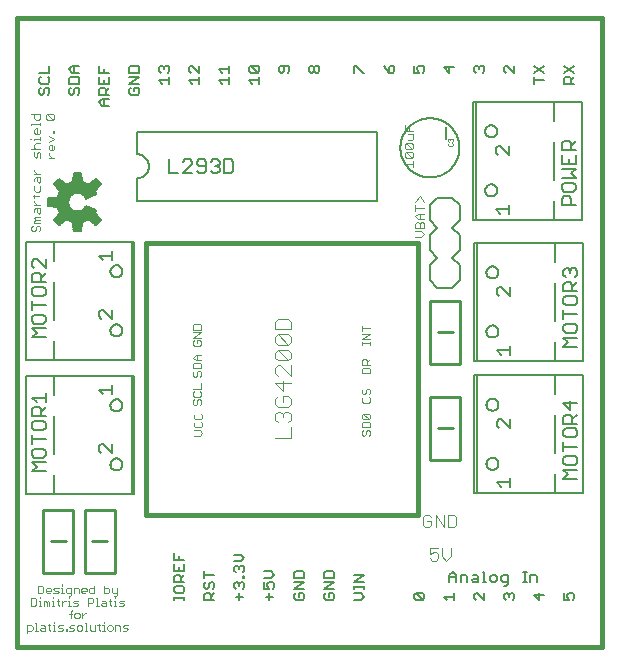
<source format=gto>
G75*
%MOIN*%
%OFA0B0*%
%FSLAX25Y25*%
%IPPOS*%
%LPD*%
%AMOC8*
5,1,8,0,0,1.08239X$1,22.5*
%
%ADD10C,0.01600*%
%ADD11C,0.00200*%
%ADD12C,0.00400*%
%ADD13C,0.00300*%
%ADD14C,0.00600*%
%ADD15C,0.00500*%
%ADD16C,0.01000*%
%ADD17C,0.00800*%
%ADD18C,0.00100*%
%ADD19C,0.00591*%
D10*
X0093524Y0001800D02*
X0093524Y0211249D01*
X0288406Y0211249D01*
X0288406Y0001800D01*
X0093524Y0001800D01*
X0136437Y0045698D02*
X0226988Y0045698D01*
X0226988Y0136249D01*
X0136437Y0136249D01*
X0136437Y0045698D01*
D11*
X0122555Y0022175D02*
X0122555Y0019617D01*
X0123834Y0019617D01*
X0124260Y0020043D01*
X0124260Y0020896D01*
X0123834Y0021322D01*
X0122555Y0021322D01*
X0125092Y0021322D02*
X0125092Y0020043D01*
X0125519Y0019617D01*
X0126798Y0019617D01*
X0126798Y0019190D02*
X0126798Y0021322D01*
X0126798Y0019190D02*
X0126371Y0018764D01*
X0125945Y0018764D01*
X0126153Y0018467D02*
X0126153Y0018041D01*
X0126153Y0017188D02*
X0126153Y0015483D01*
X0125727Y0015483D02*
X0126579Y0015483D01*
X0127418Y0015483D02*
X0128697Y0015483D01*
X0129124Y0015909D01*
X0128697Y0016335D01*
X0127845Y0016335D01*
X0127418Y0016762D01*
X0127845Y0017188D01*
X0129124Y0017188D01*
X0126153Y0017188D02*
X0125727Y0017188D01*
X0124888Y0017188D02*
X0124035Y0017188D01*
X0124461Y0017614D02*
X0124461Y0015909D01*
X0124888Y0015483D01*
X0123203Y0015483D02*
X0121924Y0015483D01*
X0121497Y0015909D01*
X0121924Y0016335D01*
X0123203Y0016335D01*
X0123203Y0016762D02*
X0123203Y0015483D01*
X0123203Y0016762D02*
X0122776Y0017188D01*
X0121924Y0017188D01*
X0120232Y0018041D02*
X0120232Y0015483D01*
X0119806Y0015483D02*
X0120658Y0015483D01*
X0118973Y0016762D02*
X0118973Y0017614D01*
X0118547Y0018041D01*
X0117268Y0018041D01*
X0117268Y0015483D01*
X0117268Y0016335D02*
X0118547Y0016335D01*
X0118973Y0016762D01*
X0119806Y0018041D02*
X0120232Y0018041D01*
X0119185Y0019617D02*
X0117906Y0019617D01*
X0117480Y0020043D01*
X0117480Y0020896D01*
X0117906Y0021322D01*
X0119185Y0021322D01*
X0119185Y0022175D02*
X0119185Y0019617D01*
X0116647Y0020469D02*
X0114942Y0020469D01*
X0114942Y0020043D02*
X0114942Y0020896D01*
X0115368Y0021322D01*
X0116221Y0021322D01*
X0116647Y0020896D01*
X0116647Y0020469D01*
X0116221Y0019617D02*
X0115368Y0019617D01*
X0114942Y0020043D01*
X0114110Y0019617D02*
X0114110Y0020896D01*
X0113683Y0021322D01*
X0112404Y0021322D01*
X0112404Y0019617D01*
X0111572Y0019617D02*
X0110293Y0019617D01*
X0109867Y0020043D01*
X0109867Y0020896D01*
X0110293Y0021322D01*
X0111572Y0021322D01*
X0111572Y0019190D01*
X0111146Y0018764D01*
X0110719Y0018764D01*
X0110927Y0018467D02*
X0110927Y0018041D01*
X0110927Y0017188D02*
X0110501Y0017188D01*
X0110927Y0017188D02*
X0110927Y0015483D01*
X0110501Y0015483D02*
X0111354Y0015483D01*
X0112193Y0015483D02*
X0113472Y0015483D01*
X0113898Y0015909D01*
X0113472Y0016335D01*
X0112619Y0016335D01*
X0112193Y0016762D01*
X0112619Y0017188D01*
X0113898Y0017188D01*
X0111777Y0013907D02*
X0111350Y0013481D01*
X0111350Y0011349D01*
X0112616Y0011775D02*
X0113042Y0011349D01*
X0113895Y0011349D01*
X0114321Y0011775D01*
X0114321Y0012628D01*
X0113895Y0013054D01*
X0113042Y0013054D01*
X0112616Y0012628D01*
X0112616Y0011775D01*
X0111777Y0012628D02*
X0110924Y0012628D01*
X0111350Y0008920D02*
X0112629Y0008920D01*
X0113462Y0008494D02*
X0113462Y0007641D01*
X0113888Y0007215D01*
X0114741Y0007215D01*
X0115167Y0007641D01*
X0115167Y0008494D01*
X0114741Y0008920D01*
X0113888Y0008920D01*
X0113462Y0008494D01*
X0112629Y0007641D02*
X0112203Y0008068D01*
X0111350Y0008068D01*
X0110924Y0008494D01*
X0111350Y0008920D01*
X0110924Y0007215D02*
X0112203Y0007215D01*
X0112629Y0007641D01*
X0110082Y0007641D02*
X0110082Y0007215D01*
X0109655Y0007215D01*
X0109655Y0007641D01*
X0110082Y0007641D01*
X0108823Y0007641D02*
X0108397Y0008068D01*
X0107544Y0008068D01*
X0107118Y0008494D01*
X0107544Y0008920D01*
X0108823Y0008920D01*
X0108823Y0007641D02*
X0108397Y0007215D01*
X0107118Y0007215D01*
X0106279Y0007215D02*
X0105426Y0007215D01*
X0105852Y0007215D02*
X0105852Y0008920D01*
X0105426Y0008920D01*
X0104587Y0008920D02*
X0103734Y0008920D01*
X0104161Y0009347D02*
X0104161Y0007641D01*
X0104587Y0007215D01*
X0102902Y0007215D02*
X0101623Y0007215D01*
X0101197Y0007641D01*
X0101623Y0008068D01*
X0102902Y0008068D01*
X0102902Y0008494D02*
X0102902Y0007215D01*
X0102902Y0008494D02*
X0102476Y0008920D01*
X0101623Y0008920D01*
X0099931Y0009773D02*
X0099931Y0007215D01*
X0099505Y0007215D02*
X0100358Y0007215D01*
X0098673Y0007641D02*
X0098246Y0007215D01*
X0096967Y0007215D01*
X0096967Y0006362D02*
X0096967Y0008920D01*
X0098246Y0008920D01*
X0098673Y0008494D01*
X0098673Y0007641D01*
X0099505Y0009773D02*
X0099931Y0009773D01*
X0105852Y0009773D02*
X0105852Y0010199D01*
X0105856Y0015483D02*
X0105003Y0015483D01*
X0105429Y0015483D02*
X0105429Y0017188D01*
X0105003Y0017188D01*
X0104171Y0016762D02*
X0104171Y0015483D01*
X0103318Y0015483D02*
X0103318Y0016762D01*
X0103744Y0017188D01*
X0104171Y0016762D01*
X0103318Y0016762D02*
X0102892Y0017188D01*
X0102465Y0017188D01*
X0102465Y0015483D01*
X0101626Y0015483D02*
X0100774Y0015483D01*
X0101200Y0015483D02*
X0101200Y0017188D01*
X0100774Y0017188D01*
X0099941Y0017614D02*
X0099941Y0015909D01*
X0099515Y0015483D01*
X0098236Y0015483D01*
X0098236Y0018041D01*
X0099515Y0018041D01*
X0099941Y0017614D01*
X0101200Y0018041D02*
X0101200Y0018467D01*
X0100562Y0019617D02*
X0101841Y0019617D01*
X0102268Y0020043D01*
X0102268Y0021748D01*
X0101841Y0022175D01*
X0100562Y0022175D01*
X0100562Y0019617D01*
X0103100Y0020043D02*
X0103100Y0020896D01*
X0103526Y0021322D01*
X0104379Y0021322D01*
X0104805Y0020896D01*
X0104805Y0020469D01*
X0103100Y0020469D01*
X0103100Y0020043D02*
X0103526Y0019617D01*
X0104379Y0019617D01*
X0105637Y0019617D02*
X0106916Y0019617D01*
X0107343Y0020043D01*
X0106916Y0020469D01*
X0106064Y0020469D01*
X0105637Y0020896D01*
X0106064Y0021322D01*
X0107343Y0021322D01*
X0108175Y0021322D02*
X0108601Y0021322D01*
X0108601Y0019617D01*
X0108175Y0019617D02*
X0109028Y0019617D01*
X0108601Y0022175D02*
X0108601Y0022601D01*
X0107121Y0017614D02*
X0107121Y0015909D01*
X0107547Y0015483D01*
X0108386Y0015483D02*
X0108386Y0017188D01*
X0107547Y0017188D02*
X0106695Y0017188D01*
X0105429Y0018041D02*
X0105429Y0018467D01*
X0108386Y0016335D02*
X0109239Y0017188D01*
X0109665Y0017188D01*
X0115153Y0013054D02*
X0115153Y0011349D01*
X0115153Y0012202D02*
X0116006Y0013054D01*
X0116432Y0013054D01*
X0116426Y0009773D02*
X0116426Y0007215D01*
X0116852Y0007215D02*
X0115999Y0007215D01*
X0117691Y0007641D02*
X0117691Y0008920D01*
X0117691Y0007641D02*
X0118117Y0007215D01*
X0119396Y0007215D01*
X0119396Y0008920D01*
X0120229Y0008920D02*
X0121081Y0008920D01*
X0120655Y0009347D02*
X0120655Y0007641D01*
X0121081Y0007215D01*
X0121920Y0007215D02*
X0122773Y0007215D01*
X0122347Y0007215D02*
X0122347Y0008920D01*
X0121920Y0008920D01*
X0122347Y0009773D02*
X0122347Y0010199D01*
X0124038Y0008920D02*
X0123612Y0008494D01*
X0123612Y0007641D01*
X0124038Y0007215D01*
X0124891Y0007215D01*
X0125317Y0007641D01*
X0125317Y0008494D01*
X0124891Y0008920D01*
X0124038Y0008920D01*
X0126150Y0008920D02*
X0126150Y0007215D01*
X0127855Y0007215D02*
X0127855Y0008494D01*
X0127429Y0008920D01*
X0126150Y0008920D01*
X0128687Y0008494D02*
X0129114Y0008920D01*
X0130393Y0008920D01*
X0129966Y0008068D02*
X0129114Y0008068D01*
X0128687Y0008494D01*
X0128687Y0007215D02*
X0129966Y0007215D01*
X0130393Y0007641D01*
X0129966Y0008068D01*
X0116426Y0009773D02*
X0115999Y0009773D01*
X0152480Y0072176D02*
X0154316Y0072176D01*
X0155235Y0073094D01*
X0154316Y0074012D01*
X0152480Y0074012D01*
X0152939Y0074894D02*
X0152480Y0075354D01*
X0152480Y0076272D01*
X0152939Y0076731D01*
X0152939Y0077613D02*
X0154775Y0077613D01*
X0155235Y0078072D01*
X0155235Y0078991D01*
X0154775Y0079450D01*
X0152939Y0079450D02*
X0152480Y0078991D01*
X0152480Y0078072D01*
X0152939Y0077613D01*
X0154775Y0076731D02*
X0155235Y0076272D01*
X0155235Y0075354D01*
X0154775Y0074894D01*
X0152939Y0074894D01*
X0153004Y0082412D02*
X0153463Y0082871D01*
X0153463Y0083789D01*
X0153923Y0084249D01*
X0154382Y0084249D01*
X0154841Y0083789D01*
X0154841Y0082871D01*
X0154382Y0082412D01*
X0153004Y0082412D02*
X0152545Y0082412D01*
X0152086Y0082871D01*
X0152086Y0083789D01*
X0152545Y0084249D01*
X0152545Y0085131D02*
X0152086Y0085590D01*
X0152086Y0086508D01*
X0152545Y0086967D01*
X0152086Y0087850D02*
X0154841Y0087850D01*
X0154841Y0089686D01*
X0154382Y0091861D02*
X0154841Y0092320D01*
X0154841Y0093238D01*
X0154382Y0093697D01*
X0153923Y0093697D01*
X0153463Y0093238D01*
X0153463Y0092320D01*
X0153004Y0091861D01*
X0152545Y0091861D01*
X0152086Y0092320D01*
X0152086Y0093238D01*
X0152545Y0093697D01*
X0152086Y0094579D02*
X0154841Y0094579D01*
X0154841Y0095957D01*
X0154382Y0096416D01*
X0152545Y0096416D01*
X0152086Y0095957D01*
X0152086Y0094579D01*
X0153004Y0097298D02*
X0152086Y0098217D01*
X0153004Y0099135D01*
X0154841Y0099135D01*
X0153463Y0099135D02*
X0153463Y0097298D01*
X0153004Y0097298D02*
X0154841Y0097298D01*
X0154382Y0102097D02*
X0154841Y0102556D01*
X0154841Y0103474D01*
X0154382Y0103934D01*
X0153463Y0103934D01*
X0153463Y0103015D01*
X0152545Y0102097D02*
X0154382Y0102097D01*
X0152545Y0102097D02*
X0152086Y0102556D01*
X0152086Y0103474D01*
X0152545Y0103934D01*
X0152086Y0104816D02*
X0154841Y0106652D01*
X0152086Y0106652D01*
X0152086Y0107535D02*
X0152086Y0108912D01*
X0152545Y0109371D01*
X0154382Y0109371D01*
X0154841Y0108912D01*
X0154841Y0107535D01*
X0152086Y0107535D01*
X0152086Y0104816D02*
X0154841Y0104816D01*
X0154382Y0086967D02*
X0154841Y0086508D01*
X0154841Y0085590D01*
X0154382Y0085131D01*
X0152545Y0085131D01*
X0208385Y0084577D02*
X0208385Y0083658D01*
X0208844Y0083199D01*
X0210681Y0083199D01*
X0211140Y0083658D01*
X0211140Y0084577D01*
X0210681Y0085036D01*
X0210681Y0085918D02*
X0211140Y0086377D01*
X0211140Y0087296D01*
X0210681Y0087755D01*
X0210222Y0087755D01*
X0209763Y0087296D01*
X0209763Y0086377D01*
X0209303Y0085918D01*
X0208844Y0085918D01*
X0208385Y0086377D01*
X0208385Y0087296D01*
X0208844Y0087755D01*
X0208844Y0085036D02*
X0208385Y0084577D01*
X0208844Y0079450D02*
X0210681Y0077613D01*
X0211140Y0078072D01*
X0211140Y0078991D01*
X0210681Y0079450D01*
X0208844Y0079450D01*
X0208385Y0078991D01*
X0208385Y0078072D01*
X0208844Y0077613D01*
X0210681Y0077613D01*
X0210681Y0076731D02*
X0208844Y0076731D01*
X0208385Y0076272D01*
X0208385Y0074894D01*
X0211140Y0074894D01*
X0211140Y0076272D01*
X0210681Y0076731D01*
X0210681Y0074012D02*
X0211140Y0073553D01*
X0211140Y0072635D01*
X0210681Y0072176D01*
X0209763Y0072635D02*
X0209763Y0073553D01*
X0210222Y0074012D01*
X0210681Y0074012D01*
X0209763Y0072635D02*
X0209303Y0072176D01*
X0208844Y0072176D01*
X0208385Y0072635D01*
X0208385Y0073553D01*
X0208844Y0074012D01*
X0208385Y0093042D02*
X0208385Y0094419D01*
X0208844Y0094878D01*
X0210681Y0094878D01*
X0211140Y0094419D01*
X0211140Y0093042D01*
X0208385Y0093042D01*
X0208385Y0095761D02*
X0208385Y0097138D01*
X0208844Y0097597D01*
X0209763Y0097597D01*
X0210222Y0097138D01*
X0210222Y0095761D01*
X0210222Y0096679D02*
X0211140Y0097597D01*
X0211140Y0095761D02*
X0208385Y0095761D01*
X0208385Y0102491D02*
X0208385Y0103409D01*
X0208385Y0102950D02*
X0211140Y0102950D01*
X0211140Y0102491D02*
X0211140Y0103409D01*
X0211140Y0104303D02*
X0208385Y0104303D01*
X0211140Y0106140D01*
X0208385Y0106140D01*
X0208385Y0107022D02*
X0208385Y0108859D01*
X0208385Y0107940D02*
X0211140Y0107940D01*
D12*
X0184662Y0107583D02*
X0184662Y0110185D01*
X0183795Y0111053D01*
X0180325Y0111053D01*
X0179458Y0110185D01*
X0179458Y0107583D01*
X0184662Y0107583D01*
X0183795Y0105896D02*
X0180325Y0105896D01*
X0183795Y0102427D01*
X0184662Y0103294D01*
X0184662Y0105029D01*
X0183795Y0105896D01*
X0183795Y0102427D02*
X0180325Y0102427D01*
X0179458Y0103294D01*
X0179458Y0105029D01*
X0180325Y0105896D01*
X0180325Y0100740D02*
X0183795Y0097270D01*
X0184662Y0098138D01*
X0184662Y0099872D01*
X0183795Y0100740D01*
X0180325Y0100740D01*
X0179458Y0099872D01*
X0179458Y0098138D01*
X0180325Y0097270D01*
X0183795Y0097270D01*
X0184662Y0095583D02*
X0184662Y0092114D01*
X0181193Y0095583D01*
X0180325Y0095583D01*
X0179458Y0094716D01*
X0179458Y0092981D01*
X0180325Y0092114D01*
X0182060Y0090427D02*
X0182060Y0086957D01*
X0179458Y0089560D01*
X0184662Y0089560D01*
X0183795Y0085271D02*
X0182060Y0085271D01*
X0182060Y0083536D01*
X0183795Y0085271D02*
X0184662Y0084403D01*
X0184662Y0082668D01*
X0183795Y0081801D01*
X0180325Y0081801D01*
X0179458Y0082668D01*
X0179458Y0084403D01*
X0180325Y0085271D01*
X0180325Y0080114D02*
X0181193Y0080114D01*
X0182060Y0079247D01*
X0182927Y0080114D01*
X0183795Y0080114D01*
X0184662Y0079247D01*
X0184662Y0077512D01*
X0183795Y0076645D01*
X0184662Y0074958D02*
X0184662Y0071488D01*
X0179458Y0071488D01*
X0180325Y0076645D02*
X0179458Y0077512D01*
X0179458Y0079247D01*
X0180325Y0080114D01*
X0182060Y0079247D02*
X0182060Y0078379D01*
X0228855Y0045009D02*
X0228855Y0042255D01*
X0229543Y0041567D01*
X0230920Y0041567D01*
X0231609Y0042255D01*
X0231609Y0043632D01*
X0230232Y0043632D01*
X0231609Y0045009D02*
X0230920Y0045698D01*
X0229543Y0045698D01*
X0228855Y0045009D01*
X0233024Y0045698D02*
X0233024Y0041567D01*
X0235778Y0041567D02*
X0235778Y0045698D01*
X0237192Y0045698D02*
X0239258Y0045698D01*
X0239947Y0045009D01*
X0239947Y0042255D01*
X0239258Y0041567D01*
X0237192Y0041567D01*
X0237192Y0045698D01*
X0233024Y0045698D02*
X0235778Y0041567D01*
X0235224Y0034674D02*
X0235224Y0031920D01*
X0236601Y0030543D01*
X0237978Y0031920D01*
X0237978Y0034674D01*
X0233809Y0034674D02*
X0231055Y0034674D01*
X0231055Y0032609D01*
X0232432Y0033297D01*
X0233121Y0033297D01*
X0233809Y0032609D01*
X0233809Y0031232D01*
X0233121Y0030543D01*
X0231744Y0030543D01*
X0231055Y0031232D01*
D13*
X0228233Y0138367D02*
X0226298Y0138367D01*
X0228233Y0138367D02*
X0229200Y0139335D01*
X0228233Y0140302D01*
X0226298Y0140302D01*
X0226298Y0141314D02*
X0226298Y0142765D01*
X0226782Y0143249D01*
X0227265Y0143249D01*
X0227749Y0142765D01*
X0227749Y0141314D01*
X0227749Y0142765D02*
X0228233Y0143249D01*
X0228717Y0143249D01*
X0229200Y0142765D01*
X0229200Y0141314D01*
X0226298Y0141314D01*
X0227265Y0144260D02*
X0226298Y0145228D01*
X0227265Y0146195D01*
X0229200Y0146195D01*
X0227749Y0146195D02*
X0227749Y0144260D01*
X0227265Y0144260D02*
X0229200Y0144260D01*
X0226298Y0147207D02*
X0226298Y0149142D01*
X0226298Y0148174D02*
X0229200Y0148174D01*
X0229200Y0150153D02*
X0227749Y0152088D01*
X0226298Y0150153D01*
X0225578Y0161843D02*
X0225578Y0163778D01*
X0225578Y0162811D02*
X0222675Y0162811D01*
X0223643Y0161843D01*
X0223159Y0164790D02*
X0222675Y0165274D01*
X0222675Y0166241D01*
X0223159Y0166725D01*
X0225094Y0164790D01*
X0225578Y0165274D01*
X0225578Y0166241D01*
X0225094Y0166725D01*
X0223159Y0166725D01*
X0223159Y0167736D02*
X0222675Y0168220D01*
X0222675Y0169188D01*
X0223159Y0169671D01*
X0225094Y0167736D01*
X0225578Y0168220D01*
X0225578Y0169188D01*
X0225094Y0169671D01*
X0223159Y0169671D01*
X0223643Y0170683D02*
X0225094Y0170683D01*
X0225578Y0171167D01*
X0225578Y0172618D01*
X0223643Y0172618D01*
X0224126Y0173629D02*
X0224126Y0174597D01*
X0222675Y0175564D02*
X0222675Y0173629D01*
X0225578Y0173629D01*
X0225094Y0167736D02*
X0223159Y0167736D01*
X0223159Y0164790D02*
X0225094Y0164790D01*
X0105972Y0164779D02*
X0104037Y0164779D01*
X0104037Y0165746D02*
X0104037Y0166230D01*
X0104037Y0165746D02*
X0105005Y0164779D01*
X0105005Y0167234D02*
X0105005Y0169169D01*
X0104521Y0169169D01*
X0104037Y0168685D01*
X0104037Y0167718D01*
X0104521Y0167234D01*
X0105488Y0167234D01*
X0105972Y0167718D01*
X0105972Y0168685D01*
X0104037Y0170180D02*
X0105972Y0171148D01*
X0104037Y0172115D01*
X0105488Y0173127D02*
X0105488Y0173611D01*
X0105972Y0173611D01*
X0105972Y0173127D01*
X0105488Y0173127D01*
X0101172Y0173120D02*
X0100688Y0172636D01*
X0099721Y0172636D01*
X0099237Y0173120D01*
X0099237Y0174087D01*
X0099721Y0174571D01*
X0100205Y0174571D01*
X0100205Y0172636D01*
X0101172Y0173120D02*
X0101172Y0174087D01*
X0101172Y0175582D02*
X0101172Y0176550D01*
X0101172Y0176066D02*
X0098270Y0176066D01*
X0098270Y0175582D01*
X0099721Y0177547D02*
X0099237Y0178031D01*
X0099237Y0179482D01*
X0098270Y0179482D02*
X0101172Y0179482D01*
X0101172Y0178031D01*
X0100688Y0177547D01*
X0099721Y0177547D01*
X0103070Y0178031D02*
X0103070Y0178998D01*
X0103553Y0179482D01*
X0105488Y0177547D01*
X0105972Y0178031D01*
X0105972Y0178998D01*
X0105488Y0179482D01*
X0103553Y0179482D01*
X0103070Y0178031D02*
X0103553Y0177547D01*
X0105488Y0177547D01*
X0101172Y0171639D02*
X0101172Y0170672D01*
X0101172Y0171155D02*
X0099237Y0171155D01*
X0099237Y0170672D01*
X0098270Y0171155D02*
X0097786Y0171155D01*
X0099721Y0169660D02*
X0101172Y0169660D01*
X0099721Y0169660D02*
X0099237Y0169176D01*
X0099237Y0168209D01*
X0099721Y0167725D01*
X0099237Y0166714D02*
X0099237Y0165262D01*
X0099721Y0164779D01*
X0100205Y0165262D01*
X0100205Y0166230D01*
X0100688Y0166714D01*
X0101172Y0166230D01*
X0101172Y0164779D01*
X0101172Y0167725D02*
X0098270Y0167725D01*
X0099237Y0160828D02*
X0099237Y0160344D01*
X0100205Y0159377D01*
X0101172Y0159377D02*
X0099237Y0159377D01*
X0099721Y0158365D02*
X0101172Y0158365D01*
X0101172Y0156914D01*
X0100688Y0156430D01*
X0100205Y0156914D01*
X0100205Y0158365D01*
X0099721Y0158365D02*
X0099237Y0157881D01*
X0099237Y0156914D01*
X0099237Y0155419D02*
X0099237Y0153967D01*
X0099721Y0153484D01*
X0100688Y0153484D01*
X0101172Y0153967D01*
X0101172Y0155419D01*
X0101172Y0152487D02*
X0100688Y0152003D01*
X0098753Y0152003D01*
X0099237Y0151519D02*
X0099237Y0152487D01*
X0099237Y0150515D02*
X0099237Y0150031D01*
X0100205Y0149064D01*
X0101172Y0149064D02*
X0099237Y0149064D01*
X0099721Y0148052D02*
X0101172Y0148052D01*
X0101172Y0146601D01*
X0100688Y0146117D01*
X0100205Y0146601D01*
X0100205Y0148052D01*
X0099721Y0148052D02*
X0099237Y0147568D01*
X0099237Y0146601D01*
X0099721Y0145106D02*
X0101172Y0145106D01*
X0101172Y0144138D02*
X0099721Y0144138D01*
X0099237Y0144622D01*
X0099721Y0145106D01*
X0099721Y0144138D02*
X0099237Y0143654D01*
X0099237Y0143171D01*
X0101172Y0143171D01*
X0100688Y0142159D02*
X0101172Y0141675D01*
X0101172Y0140708D01*
X0100688Y0140224D01*
X0099721Y0140708D02*
X0099721Y0141675D01*
X0100205Y0142159D01*
X0100688Y0142159D01*
X0099721Y0140708D02*
X0099237Y0140224D01*
X0098753Y0140224D01*
X0098270Y0140708D01*
X0098270Y0141675D01*
X0098753Y0142159D01*
D14*
X0096433Y0136796D02*
X0105835Y0136796D01*
X0131835Y0136796D01*
X0132634Y0136796D01*
X0132634Y0097497D01*
X0131835Y0097497D01*
X0105835Y0097497D01*
X0096433Y0097497D01*
X0096433Y0136796D01*
X0105835Y0136796D02*
X0105835Y0130497D01*
X0105835Y0123497D02*
X0105835Y0110796D01*
X0105835Y0103796D02*
X0105835Y0097497D01*
X0105835Y0092111D02*
X0096433Y0092111D01*
X0096433Y0052812D01*
X0105835Y0052812D01*
X0131835Y0052812D01*
X0131835Y0092111D01*
X0132634Y0092111D01*
X0132634Y0052812D01*
X0131835Y0052812D01*
X0124633Y0062612D02*
X0124635Y0062701D01*
X0124641Y0062790D01*
X0124651Y0062879D01*
X0124665Y0062967D01*
X0124682Y0063054D01*
X0124704Y0063140D01*
X0124730Y0063226D01*
X0124759Y0063310D01*
X0124792Y0063393D01*
X0124828Y0063474D01*
X0124869Y0063554D01*
X0124912Y0063631D01*
X0124959Y0063707D01*
X0125010Y0063780D01*
X0125063Y0063851D01*
X0125120Y0063920D01*
X0125180Y0063986D01*
X0125243Y0064050D01*
X0125308Y0064110D01*
X0125376Y0064168D01*
X0125447Y0064222D01*
X0125520Y0064273D01*
X0125595Y0064321D01*
X0125672Y0064366D01*
X0125751Y0064407D01*
X0125832Y0064444D01*
X0125914Y0064478D01*
X0125998Y0064509D01*
X0126083Y0064535D01*
X0126169Y0064558D01*
X0126256Y0064576D01*
X0126344Y0064591D01*
X0126433Y0064602D01*
X0126522Y0064609D01*
X0126611Y0064612D01*
X0126700Y0064611D01*
X0126789Y0064606D01*
X0126877Y0064597D01*
X0126966Y0064584D01*
X0127053Y0064567D01*
X0127140Y0064547D01*
X0127226Y0064522D01*
X0127310Y0064494D01*
X0127393Y0064462D01*
X0127475Y0064426D01*
X0127555Y0064387D01*
X0127633Y0064344D01*
X0127709Y0064298D01*
X0127783Y0064248D01*
X0127855Y0064195D01*
X0127924Y0064139D01*
X0127991Y0064080D01*
X0128055Y0064018D01*
X0128116Y0063954D01*
X0128175Y0063886D01*
X0128230Y0063816D01*
X0128282Y0063744D01*
X0128331Y0063669D01*
X0128376Y0063593D01*
X0128418Y0063514D01*
X0128456Y0063434D01*
X0128491Y0063352D01*
X0128522Y0063268D01*
X0128550Y0063183D01*
X0128573Y0063097D01*
X0128593Y0063010D01*
X0128609Y0062923D01*
X0128621Y0062834D01*
X0128629Y0062746D01*
X0128633Y0062657D01*
X0128633Y0062567D01*
X0128629Y0062478D01*
X0128621Y0062390D01*
X0128609Y0062301D01*
X0128593Y0062214D01*
X0128573Y0062127D01*
X0128550Y0062041D01*
X0128522Y0061956D01*
X0128491Y0061872D01*
X0128456Y0061790D01*
X0128418Y0061710D01*
X0128376Y0061631D01*
X0128331Y0061555D01*
X0128282Y0061480D01*
X0128230Y0061408D01*
X0128175Y0061338D01*
X0128116Y0061270D01*
X0128055Y0061206D01*
X0127991Y0061144D01*
X0127924Y0061085D01*
X0127855Y0061029D01*
X0127783Y0060976D01*
X0127709Y0060926D01*
X0127633Y0060880D01*
X0127555Y0060837D01*
X0127475Y0060798D01*
X0127393Y0060762D01*
X0127310Y0060730D01*
X0127226Y0060702D01*
X0127140Y0060677D01*
X0127053Y0060657D01*
X0126966Y0060640D01*
X0126877Y0060627D01*
X0126789Y0060618D01*
X0126700Y0060613D01*
X0126611Y0060612D01*
X0126522Y0060615D01*
X0126433Y0060622D01*
X0126344Y0060633D01*
X0126256Y0060648D01*
X0126169Y0060666D01*
X0126083Y0060689D01*
X0125998Y0060715D01*
X0125914Y0060746D01*
X0125832Y0060780D01*
X0125751Y0060817D01*
X0125672Y0060858D01*
X0125595Y0060903D01*
X0125520Y0060951D01*
X0125447Y0061002D01*
X0125376Y0061056D01*
X0125308Y0061114D01*
X0125243Y0061174D01*
X0125180Y0061238D01*
X0125120Y0061304D01*
X0125063Y0061373D01*
X0125010Y0061444D01*
X0124959Y0061517D01*
X0124912Y0061593D01*
X0124869Y0061670D01*
X0124828Y0061750D01*
X0124792Y0061831D01*
X0124759Y0061914D01*
X0124730Y0061998D01*
X0124704Y0062084D01*
X0124682Y0062170D01*
X0124665Y0062257D01*
X0124651Y0062345D01*
X0124641Y0062434D01*
X0124635Y0062523D01*
X0124633Y0062612D01*
X0105835Y0066111D02*
X0105835Y0078812D01*
X0105835Y0085812D02*
X0105835Y0092111D01*
X0131835Y0092111D01*
X0131835Y0097497D02*
X0131835Y0136796D01*
X0124633Y0126997D02*
X0124635Y0127086D01*
X0124641Y0127175D01*
X0124651Y0127264D01*
X0124665Y0127352D01*
X0124682Y0127439D01*
X0124704Y0127525D01*
X0124730Y0127611D01*
X0124759Y0127695D01*
X0124792Y0127778D01*
X0124828Y0127859D01*
X0124869Y0127939D01*
X0124912Y0128016D01*
X0124959Y0128092D01*
X0125010Y0128165D01*
X0125063Y0128236D01*
X0125120Y0128305D01*
X0125180Y0128371D01*
X0125243Y0128435D01*
X0125308Y0128495D01*
X0125376Y0128553D01*
X0125447Y0128607D01*
X0125520Y0128658D01*
X0125595Y0128706D01*
X0125672Y0128751D01*
X0125751Y0128792D01*
X0125832Y0128829D01*
X0125914Y0128863D01*
X0125998Y0128894D01*
X0126083Y0128920D01*
X0126169Y0128943D01*
X0126256Y0128961D01*
X0126344Y0128976D01*
X0126433Y0128987D01*
X0126522Y0128994D01*
X0126611Y0128997D01*
X0126700Y0128996D01*
X0126789Y0128991D01*
X0126877Y0128982D01*
X0126966Y0128969D01*
X0127053Y0128952D01*
X0127140Y0128932D01*
X0127226Y0128907D01*
X0127310Y0128879D01*
X0127393Y0128847D01*
X0127475Y0128811D01*
X0127555Y0128772D01*
X0127633Y0128729D01*
X0127709Y0128683D01*
X0127783Y0128633D01*
X0127855Y0128580D01*
X0127924Y0128524D01*
X0127991Y0128465D01*
X0128055Y0128403D01*
X0128116Y0128339D01*
X0128175Y0128271D01*
X0128230Y0128201D01*
X0128282Y0128129D01*
X0128331Y0128054D01*
X0128376Y0127978D01*
X0128418Y0127899D01*
X0128456Y0127819D01*
X0128491Y0127737D01*
X0128522Y0127653D01*
X0128550Y0127568D01*
X0128573Y0127482D01*
X0128593Y0127395D01*
X0128609Y0127308D01*
X0128621Y0127219D01*
X0128629Y0127131D01*
X0128633Y0127042D01*
X0128633Y0126952D01*
X0128629Y0126863D01*
X0128621Y0126775D01*
X0128609Y0126686D01*
X0128593Y0126599D01*
X0128573Y0126512D01*
X0128550Y0126426D01*
X0128522Y0126341D01*
X0128491Y0126257D01*
X0128456Y0126175D01*
X0128418Y0126095D01*
X0128376Y0126016D01*
X0128331Y0125940D01*
X0128282Y0125865D01*
X0128230Y0125793D01*
X0128175Y0125723D01*
X0128116Y0125655D01*
X0128055Y0125591D01*
X0127991Y0125529D01*
X0127924Y0125470D01*
X0127855Y0125414D01*
X0127783Y0125361D01*
X0127709Y0125311D01*
X0127633Y0125265D01*
X0127555Y0125222D01*
X0127475Y0125183D01*
X0127393Y0125147D01*
X0127310Y0125115D01*
X0127226Y0125087D01*
X0127140Y0125062D01*
X0127053Y0125042D01*
X0126966Y0125025D01*
X0126877Y0125012D01*
X0126789Y0125003D01*
X0126700Y0124998D01*
X0126611Y0124997D01*
X0126522Y0125000D01*
X0126433Y0125007D01*
X0126344Y0125018D01*
X0126256Y0125033D01*
X0126169Y0125051D01*
X0126083Y0125074D01*
X0125998Y0125100D01*
X0125914Y0125131D01*
X0125832Y0125165D01*
X0125751Y0125202D01*
X0125672Y0125243D01*
X0125595Y0125288D01*
X0125520Y0125336D01*
X0125447Y0125387D01*
X0125376Y0125441D01*
X0125308Y0125499D01*
X0125243Y0125559D01*
X0125180Y0125623D01*
X0125120Y0125689D01*
X0125063Y0125758D01*
X0125010Y0125829D01*
X0124959Y0125902D01*
X0124912Y0125978D01*
X0124869Y0126055D01*
X0124828Y0126135D01*
X0124792Y0126216D01*
X0124759Y0126299D01*
X0124730Y0126383D01*
X0124704Y0126469D01*
X0124682Y0126555D01*
X0124665Y0126642D01*
X0124651Y0126730D01*
X0124641Y0126819D01*
X0124635Y0126908D01*
X0124633Y0126997D01*
X0124633Y0107297D02*
X0124635Y0107386D01*
X0124641Y0107475D01*
X0124651Y0107564D01*
X0124665Y0107652D01*
X0124682Y0107739D01*
X0124704Y0107825D01*
X0124730Y0107911D01*
X0124759Y0107995D01*
X0124792Y0108078D01*
X0124828Y0108159D01*
X0124869Y0108239D01*
X0124912Y0108316D01*
X0124959Y0108392D01*
X0125010Y0108465D01*
X0125063Y0108536D01*
X0125120Y0108605D01*
X0125180Y0108671D01*
X0125243Y0108735D01*
X0125308Y0108795D01*
X0125376Y0108853D01*
X0125447Y0108907D01*
X0125520Y0108958D01*
X0125595Y0109006D01*
X0125672Y0109051D01*
X0125751Y0109092D01*
X0125832Y0109129D01*
X0125914Y0109163D01*
X0125998Y0109194D01*
X0126083Y0109220D01*
X0126169Y0109243D01*
X0126256Y0109261D01*
X0126344Y0109276D01*
X0126433Y0109287D01*
X0126522Y0109294D01*
X0126611Y0109297D01*
X0126700Y0109296D01*
X0126789Y0109291D01*
X0126877Y0109282D01*
X0126966Y0109269D01*
X0127053Y0109252D01*
X0127140Y0109232D01*
X0127226Y0109207D01*
X0127310Y0109179D01*
X0127393Y0109147D01*
X0127475Y0109111D01*
X0127555Y0109072D01*
X0127633Y0109029D01*
X0127709Y0108983D01*
X0127783Y0108933D01*
X0127855Y0108880D01*
X0127924Y0108824D01*
X0127991Y0108765D01*
X0128055Y0108703D01*
X0128116Y0108639D01*
X0128175Y0108571D01*
X0128230Y0108501D01*
X0128282Y0108429D01*
X0128331Y0108354D01*
X0128376Y0108278D01*
X0128418Y0108199D01*
X0128456Y0108119D01*
X0128491Y0108037D01*
X0128522Y0107953D01*
X0128550Y0107868D01*
X0128573Y0107782D01*
X0128593Y0107695D01*
X0128609Y0107608D01*
X0128621Y0107519D01*
X0128629Y0107431D01*
X0128633Y0107342D01*
X0128633Y0107252D01*
X0128629Y0107163D01*
X0128621Y0107075D01*
X0128609Y0106986D01*
X0128593Y0106899D01*
X0128573Y0106812D01*
X0128550Y0106726D01*
X0128522Y0106641D01*
X0128491Y0106557D01*
X0128456Y0106475D01*
X0128418Y0106395D01*
X0128376Y0106316D01*
X0128331Y0106240D01*
X0128282Y0106165D01*
X0128230Y0106093D01*
X0128175Y0106023D01*
X0128116Y0105955D01*
X0128055Y0105891D01*
X0127991Y0105829D01*
X0127924Y0105770D01*
X0127855Y0105714D01*
X0127783Y0105661D01*
X0127709Y0105611D01*
X0127633Y0105565D01*
X0127555Y0105522D01*
X0127475Y0105483D01*
X0127393Y0105447D01*
X0127310Y0105415D01*
X0127226Y0105387D01*
X0127140Y0105362D01*
X0127053Y0105342D01*
X0126966Y0105325D01*
X0126877Y0105312D01*
X0126789Y0105303D01*
X0126700Y0105298D01*
X0126611Y0105297D01*
X0126522Y0105300D01*
X0126433Y0105307D01*
X0126344Y0105318D01*
X0126256Y0105333D01*
X0126169Y0105351D01*
X0126083Y0105374D01*
X0125998Y0105400D01*
X0125914Y0105431D01*
X0125832Y0105465D01*
X0125751Y0105502D01*
X0125672Y0105543D01*
X0125595Y0105588D01*
X0125520Y0105636D01*
X0125447Y0105687D01*
X0125376Y0105741D01*
X0125308Y0105799D01*
X0125243Y0105859D01*
X0125180Y0105923D01*
X0125120Y0105989D01*
X0125063Y0106058D01*
X0125010Y0106129D01*
X0124959Y0106202D01*
X0124912Y0106278D01*
X0124869Y0106355D01*
X0124828Y0106435D01*
X0124792Y0106516D01*
X0124759Y0106599D01*
X0124730Y0106683D01*
X0124704Y0106769D01*
X0124682Y0106855D01*
X0124665Y0106942D01*
X0124651Y0107030D01*
X0124641Y0107119D01*
X0124635Y0107208D01*
X0124633Y0107297D01*
X0124633Y0082312D02*
X0124635Y0082401D01*
X0124641Y0082490D01*
X0124651Y0082579D01*
X0124665Y0082667D01*
X0124682Y0082754D01*
X0124704Y0082840D01*
X0124730Y0082926D01*
X0124759Y0083010D01*
X0124792Y0083093D01*
X0124828Y0083174D01*
X0124869Y0083254D01*
X0124912Y0083331D01*
X0124959Y0083407D01*
X0125010Y0083480D01*
X0125063Y0083551D01*
X0125120Y0083620D01*
X0125180Y0083686D01*
X0125243Y0083750D01*
X0125308Y0083810D01*
X0125376Y0083868D01*
X0125447Y0083922D01*
X0125520Y0083973D01*
X0125595Y0084021D01*
X0125672Y0084066D01*
X0125751Y0084107D01*
X0125832Y0084144D01*
X0125914Y0084178D01*
X0125998Y0084209D01*
X0126083Y0084235D01*
X0126169Y0084258D01*
X0126256Y0084276D01*
X0126344Y0084291D01*
X0126433Y0084302D01*
X0126522Y0084309D01*
X0126611Y0084312D01*
X0126700Y0084311D01*
X0126789Y0084306D01*
X0126877Y0084297D01*
X0126966Y0084284D01*
X0127053Y0084267D01*
X0127140Y0084247D01*
X0127226Y0084222D01*
X0127310Y0084194D01*
X0127393Y0084162D01*
X0127475Y0084126D01*
X0127555Y0084087D01*
X0127633Y0084044D01*
X0127709Y0083998D01*
X0127783Y0083948D01*
X0127855Y0083895D01*
X0127924Y0083839D01*
X0127991Y0083780D01*
X0128055Y0083718D01*
X0128116Y0083654D01*
X0128175Y0083586D01*
X0128230Y0083516D01*
X0128282Y0083444D01*
X0128331Y0083369D01*
X0128376Y0083293D01*
X0128418Y0083214D01*
X0128456Y0083134D01*
X0128491Y0083052D01*
X0128522Y0082968D01*
X0128550Y0082883D01*
X0128573Y0082797D01*
X0128593Y0082710D01*
X0128609Y0082623D01*
X0128621Y0082534D01*
X0128629Y0082446D01*
X0128633Y0082357D01*
X0128633Y0082267D01*
X0128629Y0082178D01*
X0128621Y0082090D01*
X0128609Y0082001D01*
X0128593Y0081914D01*
X0128573Y0081827D01*
X0128550Y0081741D01*
X0128522Y0081656D01*
X0128491Y0081572D01*
X0128456Y0081490D01*
X0128418Y0081410D01*
X0128376Y0081331D01*
X0128331Y0081255D01*
X0128282Y0081180D01*
X0128230Y0081108D01*
X0128175Y0081038D01*
X0128116Y0080970D01*
X0128055Y0080906D01*
X0127991Y0080844D01*
X0127924Y0080785D01*
X0127855Y0080729D01*
X0127783Y0080676D01*
X0127709Y0080626D01*
X0127633Y0080580D01*
X0127555Y0080537D01*
X0127475Y0080498D01*
X0127393Y0080462D01*
X0127310Y0080430D01*
X0127226Y0080402D01*
X0127140Y0080377D01*
X0127053Y0080357D01*
X0126966Y0080340D01*
X0126877Y0080327D01*
X0126789Y0080318D01*
X0126700Y0080313D01*
X0126611Y0080312D01*
X0126522Y0080315D01*
X0126433Y0080322D01*
X0126344Y0080333D01*
X0126256Y0080348D01*
X0126169Y0080366D01*
X0126083Y0080389D01*
X0125998Y0080415D01*
X0125914Y0080446D01*
X0125832Y0080480D01*
X0125751Y0080517D01*
X0125672Y0080558D01*
X0125595Y0080603D01*
X0125520Y0080651D01*
X0125447Y0080702D01*
X0125376Y0080756D01*
X0125308Y0080814D01*
X0125243Y0080874D01*
X0125180Y0080938D01*
X0125120Y0081004D01*
X0125063Y0081073D01*
X0125010Y0081144D01*
X0124959Y0081217D01*
X0124912Y0081293D01*
X0124869Y0081370D01*
X0124828Y0081450D01*
X0124792Y0081531D01*
X0124759Y0081614D01*
X0124730Y0081698D01*
X0124704Y0081784D01*
X0124682Y0081870D01*
X0124665Y0081957D01*
X0124651Y0082045D01*
X0124641Y0082134D01*
X0124635Y0082223D01*
X0124633Y0082312D01*
X0105835Y0059111D02*
X0105835Y0052812D01*
X0145821Y0033127D02*
X0145821Y0030858D01*
X0149224Y0030858D01*
X0149224Y0029443D02*
X0149224Y0027175D01*
X0145821Y0027175D01*
X0145821Y0029443D01*
X0147522Y0028309D02*
X0147522Y0027175D01*
X0147522Y0025760D02*
X0146388Y0025760D01*
X0145821Y0025193D01*
X0145821Y0023492D01*
X0149224Y0023492D01*
X0148089Y0023492D02*
X0148089Y0025193D01*
X0147522Y0025760D01*
X0148089Y0024626D02*
X0149224Y0025760D01*
X0148656Y0022077D02*
X0146388Y0022077D01*
X0145821Y0021510D01*
X0145821Y0020376D01*
X0146388Y0019809D01*
X0148656Y0019809D01*
X0149224Y0020376D01*
X0149224Y0021510D01*
X0148656Y0022077D01*
X0149224Y0018487D02*
X0149224Y0017353D01*
X0149224Y0017920D02*
X0145821Y0017920D01*
X0145821Y0017353D02*
X0145821Y0018487D01*
X0155821Y0019055D02*
X0156388Y0019622D01*
X0157522Y0019622D01*
X0158089Y0019055D01*
X0158089Y0017353D01*
X0158089Y0018487D02*
X0159224Y0019622D01*
X0158656Y0021036D02*
X0159224Y0021603D01*
X0159224Y0022738D01*
X0158656Y0023305D01*
X0158089Y0023305D01*
X0157522Y0022738D01*
X0157522Y0021603D01*
X0156955Y0021036D01*
X0156388Y0021036D01*
X0155821Y0021603D01*
X0155821Y0022738D01*
X0156388Y0023305D01*
X0155821Y0024719D02*
X0155821Y0026988D01*
X0155821Y0025854D02*
X0159224Y0025854D01*
X0165821Y0027128D02*
X0165821Y0028262D01*
X0166388Y0028830D01*
X0166955Y0028830D01*
X0167522Y0028262D01*
X0168089Y0028830D01*
X0168656Y0028830D01*
X0169224Y0028262D01*
X0169224Y0027128D01*
X0168656Y0026561D01*
X0168656Y0025287D02*
X0169224Y0025287D01*
X0169224Y0024719D01*
X0168656Y0024719D01*
X0168656Y0025287D01*
X0168656Y0023305D02*
X0169224Y0022738D01*
X0169224Y0021603D01*
X0168656Y0021036D01*
X0167522Y0022171D02*
X0167522Y0022738D01*
X0168089Y0023305D01*
X0168656Y0023305D01*
X0167522Y0022738D02*
X0166955Y0023305D01*
X0166388Y0023305D01*
X0165821Y0022738D01*
X0165821Y0021603D01*
X0166388Y0021036D01*
X0167522Y0019622D02*
X0167522Y0017353D01*
X0166388Y0018487D02*
X0168656Y0018487D01*
X0175821Y0021036D02*
X0175821Y0023305D01*
X0176955Y0022738D02*
X0177522Y0023305D01*
X0178656Y0023305D01*
X0179224Y0022738D01*
X0179224Y0021603D01*
X0178656Y0021036D01*
X0177522Y0021036D02*
X0176955Y0022171D01*
X0176955Y0022738D01*
X0177522Y0021036D02*
X0175821Y0021036D01*
X0177522Y0019622D02*
X0177522Y0017353D01*
X0176388Y0018487D02*
X0178656Y0018487D01*
X0178089Y0024719D02*
X0175821Y0024719D01*
X0178089Y0024719D02*
X0179224Y0025854D01*
X0178089Y0026988D01*
X0175821Y0026988D01*
X0169224Y0031378D02*
X0168089Y0032513D01*
X0165821Y0032513D01*
X0168089Y0030244D02*
X0169224Y0031378D01*
X0168089Y0030244D02*
X0165821Y0030244D01*
X0167522Y0028262D02*
X0167522Y0027695D01*
X0166388Y0026561D02*
X0165821Y0027128D01*
X0159224Y0017353D02*
X0155821Y0017353D01*
X0155821Y0019055D01*
X0147522Y0030858D02*
X0147522Y0031992D01*
X0185821Y0026421D02*
X0185821Y0024719D01*
X0189224Y0024719D01*
X0189224Y0026421D01*
X0188656Y0026988D01*
X0186388Y0026988D01*
X0185821Y0026421D01*
X0185821Y0023305D02*
X0189224Y0023305D01*
X0185821Y0021036D01*
X0189224Y0021036D01*
X0188656Y0019622D02*
X0187522Y0019622D01*
X0187522Y0018487D01*
X0186388Y0017353D02*
X0188656Y0017353D01*
X0189224Y0017920D01*
X0189224Y0019055D01*
X0188656Y0019622D01*
X0186388Y0019622D02*
X0185821Y0019055D01*
X0185821Y0017920D01*
X0186388Y0017353D01*
X0195821Y0017920D02*
X0196388Y0017353D01*
X0198656Y0017353D01*
X0199224Y0017920D01*
X0199224Y0019055D01*
X0198656Y0019622D01*
X0197522Y0019622D01*
X0197522Y0018487D01*
X0196388Y0019622D02*
X0195821Y0019055D01*
X0195821Y0017920D01*
X0195821Y0021036D02*
X0199224Y0023305D01*
X0195821Y0023305D01*
X0195821Y0024719D02*
X0195821Y0026421D01*
X0196388Y0026988D01*
X0198656Y0026988D01*
X0199224Y0026421D01*
X0199224Y0024719D01*
X0195821Y0024719D01*
X0195821Y0021036D02*
X0199224Y0021036D01*
X0205821Y0021036D02*
X0205821Y0022171D01*
X0205821Y0021603D02*
X0209224Y0021603D01*
X0209224Y0021036D02*
X0209224Y0022171D01*
X0209224Y0023492D02*
X0205821Y0023492D01*
X0209224Y0025760D01*
X0205821Y0025760D01*
X0205821Y0019622D02*
X0208089Y0019622D01*
X0209224Y0018487D01*
X0208089Y0017353D01*
X0205821Y0017353D01*
X0225821Y0017920D02*
X0225821Y0019055D01*
X0226388Y0019622D01*
X0228656Y0017353D01*
X0229224Y0017920D01*
X0229224Y0019055D01*
X0228656Y0019622D01*
X0226388Y0019622D01*
X0225821Y0017920D02*
X0226388Y0017353D01*
X0228656Y0017353D01*
X0235821Y0018487D02*
X0239224Y0018487D01*
X0239224Y0017353D02*
X0239224Y0019622D01*
X0236955Y0017353D02*
X0235821Y0018487D01*
X0237631Y0023353D02*
X0237631Y0025622D01*
X0238765Y0026756D01*
X0239899Y0025622D01*
X0239899Y0023353D01*
X0241314Y0023353D02*
X0241314Y0025622D01*
X0243015Y0025622D01*
X0243582Y0025055D01*
X0243582Y0023353D01*
X0244997Y0023920D02*
X0245564Y0024487D01*
X0247266Y0024487D01*
X0247266Y0025055D02*
X0247266Y0023353D01*
X0245564Y0023353D01*
X0244997Y0023920D01*
X0245564Y0025622D02*
X0246698Y0025622D01*
X0247266Y0025055D01*
X0248680Y0026756D02*
X0249247Y0026756D01*
X0249247Y0023353D01*
X0248680Y0023353D02*
X0249814Y0023353D01*
X0251136Y0023920D02*
X0251703Y0023353D01*
X0252837Y0023353D01*
X0253404Y0023920D01*
X0253404Y0025055D01*
X0252837Y0025622D01*
X0251703Y0025622D01*
X0251136Y0025055D01*
X0251136Y0023920D01*
X0254819Y0023920D02*
X0255386Y0023353D01*
X0257087Y0023353D01*
X0257087Y0022786D02*
X0257087Y0025622D01*
X0255386Y0025622D01*
X0254819Y0025055D01*
X0254819Y0023920D01*
X0255953Y0022219D02*
X0256520Y0022219D01*
X0257087Y0022786D01*
X0256955Y0019622D02*
X0257522Y0019055D01*
X0258089Y0019622D01*
X0258656Y0019622D01*
X0259224Y0019055D01*
X0259224Y0017920D01*
X0258656Y0017353D01*
X0257522Y0018487D02*
X0257522Y0019055D01*
X0256955Y0019622D02*
X0256388Y0019622D01*
X0255821Y0019055D01*
X0255821Y0017920D01*
X0256388Y0017353D01*
X0249224Y0017353D02*
X0246955Y0019622D01*
X0246388Y0019622D01*
X0245821Y0019055D01*
X0245821Y0017920D01*
X0246388Y0017353D01*
X0249224Y0017353D02*
X0249224Y0019622D01*
X0239899Y0025055D02*
X0237631Y0025055D01*
X0262185Y0026756D02*
X0263319Y0026756D01*
X0262752Y0026756D02*
X0262752Y0023353D01*
X0262185Y0023353D02*
X0263319Y0023353D01*
X0264640Y0023353D02*
X0264640Y0025622D01*
X0266342Y0025622D01*
X0266909Y0025055D01*
X0266909Y0023353D01*
X0267522Y0019622D02*
X0267522Y0017353D01*
X0265821Y0019055D01*
X0269224Y0019055D01*
X0275821Y0019622D02*
X0275821Y0017353D01*
X0277522Y0017353D01*
X0276955Y0018487D01*
X0276955Y0019055D01*
X0277522Y0019622D01*
X0278656Y0019622D01*
X0279224Y0019055D01*
X0279224Y0017920D01*
X0278656Y0017353D01*
X0282150Y0053024D02*
X0272748Y0053024D01*
X0246748Y0053024D01*
X0245949Y0053024D01*
X0245949Y0092324D01*
X0246748Y0092324D01*
X0272748Y0092324D01*
X0282150Y0092324D01*
X0282150Y0053024D01*
X0272748Y0053024D02*
X0272748Y0059324D01*
X0272748Y0066324D02*
X0272748Y0079024D01*
X0272748Y0086024D02*
X0272748Y0092324D01*
X0272748Y0097119D02*
X0246748Y0097119D01*
X0245949Y0097119D01*
X0245949Y0136418D01*
X0246748Y0136418D01*
X0272748Y0136418D01*
X0282150Y0136418D01*
X0282150Y0097119D01*
X0272748Y0097119D01*
X0272748Y0103418D01*
X0272748Y0110418D02*
X0272748Y0123119D01*
X0272748Y0130119D02*
X0272748Y0136418D01*
X0272354Y0144166D02*
X0246354Y0144166D01*
X0245555Y0144166D01*
X0245555Y0183465D01*
X0246354Y0183465D01*
X0272354Y0183465D01*
X0281756Y0183465D01*
X0281756Y0144166D01*
X0272354Y0144166D01*
X0272354Y0150465D01*
X0272354Y0157465D02*
X0272354Y0170166D01*
X0272354Y0177166D02*
X0272354Y0183465D01*
X0275821Y0189537D02*
X0275821Y0191238D01*
X0276388Y0191805D01*
X0277522Y0191805D01*
X0278089Y0191238D01*
X0278089Y0189537D01*
X0278089Y0190671D02*
X0279224Y0191805D01*
X0279224Y0193220D02*
X0275821Y0195489D01*
X0275821Y0193220D02*
X0279224Y0195489D01*
X0279224Y0189537D02*
X0275821Y0189537D01*
X0269224Y0190671D02*
X0265821Y0190671D01*
X0265821Y0189537D02*
X0265821Y0191805D01*
X0265821Y0193220D02*
X0269224Y0195489D01*
X0269224Y0193220D02*
X0265821Y0195489D01*
X0259224Y0195489D02*
X0259224Y0193220D01*
X0256955Y0195489D01*
X0256388Y0195489D01*
X0255821Y0194921D01*
X0255821Y0193787D01*
X0256388Y0193220D01*
X0249224Y0193787D02*
X0248656Y0193220D01*
X0249224Y0193787D02*
X0249224Y0194921D01*
X0248656Y0195489D01*
X0248089Y0195489D01*
X0247522Y0194921D01*
X0247522Y0194354D01*
X0247522Y0194921D02*
X0246955Y0195489D01*
X0246388Y0195489D01*
X0245821Y0194921D01*
X0245821Y0193787D01*
X0246388Y0193220D01*
X0239224Y0194921D02*
X0235821Y0194921D01*
X0237522Y0193220D01*
X0237522Y0195489D01*
X0229224Y0194921D02*
X0229224Y0193787D01*
X0228656Y0193220D01*
X0227522Y0193220D02*
X0226955Y0194354D01*
X0226955Y0194921D01*
X0227522Y0195489D01*
X0228656Y0195489D01*
X0229224Y0194921D01*
X0227522Y0193220D02*
X0225821Y0193220D01*
X0225821Y0195489D01*
X0219224Y0194921D02*
X0218656Y0195489D01*
X0218089Y0195489D01*
X0217522Y0194921D01*
X0217522Y0193220D01*
X0218656Y0193220D01*
X0219224Y0193787D01*
X0219224Y0194921D01*
X0217522Y0193220D02*
X0216388Y0194354D01*
X0215821Y0195489D01*
X0209224Y0193220D02*
X0208656Y0193220D01*
X0206388Y0195489D01*
X0205821Y0195489D01*
X0205821Y0193220D01*
X0194224Y0193787D02*
X0193656Y0193220D01*
X0193089Y0193220D01*
X0192522Y0193787D01*
X0192522Y0194921D01*
X0193089Y0195489D01*
X0193656Y0195489D01*
X0194224Y0194921D01*
X0194224Y0193787D01*
X0192522Y0193787D02*
X0191955Y0193220D01*
X0191388Y0193220D01*
X0190821Y0193787D01*
X0190821Y0194921D01*
X0191388Y0195489D01*
X0191955Y0195489D01*
X0192522Y0194921D01*
X0184224Y0194921D02*
X0183656Y0195489D01*
X0181388Y0195489D01*
X0180821Y0194921D01*
X0180821Y0193787D01*
X0181388Y0193220D01*
X0181955Y0193220D01*
X0182522Y0193787D01*
X0182522Y0195489D01*
X0184224Y0194921D02*
X0184224Y0193787D01*
X0183656Y0193220D01*
X0174224Y0193787D02*
X0173656Y0193220D01*
X0171388Y0195489D01*
X0173656Y0195489D01*
X0174224Y0194921D01*
X0174224Y0193787D01*
X0173656Y0193220D02*
X0171388Y0193220D01*
X0170821Y0193787D01*
X0170821Y0194921D01*
X0171388Y0195489D01*
X0174224Y0191805D02*
X0174224Y0189537D01*
X0174224Y0190671D02*
X0170821Y0190671D01*
X0171955Y0189537D01*
X0164224Y0189537D02*
X0164224Y0191805D01*
X0164224Y0190671D02*
X0160821Y0190671D01*
X0161955Y0189537D01*
X0161955Y0193220D02*
X0160821Y0194354D01*
X0164224Y0194354D01*
X0164224Y0193220D02*
X0164224Y0195489D01*
X0154224Y0195489D02*
X0154224Y0193220D01*
X0151955Y0195489D01*
X0151388Y0195489D01*
X0150821Y0194921D01*
X0150821Y0193787D01*
X0151388Y0193220D01*
X0150821Y0190671D02*
X0154224Y0190671D01*
X0154224Y0189537D02*
X0154224Y0191805D01*
X0151955Y0189537D02*
X0150821Y0190671D01*
X0144224Y0190671D02*
X0140821Y0190671D01*
X0141955Y0189537D01*
X0144224Y0189537D02*
X0144224Y0191805D01*
X0143656Y0193220D02*
X0144224Y0193787D01*
X0144224Y0194921D01*
X0143656Y0195489D01*
X0143089Y0195489D01*
X0142522Y0194921D01*
X0142522Y0194354D01*
X0142522Y0194921D02*
X0141955Y0195489D01*
X0141388Y0195489D01*
X0140821Y0194921D01*
X0140821Y0193787D01*
X0141388Y0193220D01*
X0134224Y0193220D02*
X0134224Y0194921D01*
X0133656Y0195489D01*
X0131388Y0195489D01*
X0130821Y0194921D01*
X0130821Y0193220D01*
X0134224Y0193220D01*
X0134224Y0191805D02*
X0130821Y0191805D01*
X0130821Y0189537D02*
X0134224Y0191805D01*
X0134224Y0189537D02*
X0130821Y0189537D01*
X0131388Y0188122D02*
X0130821Y0187555D01*
X0130821Y0186421D01*
X0131388Y0185854D01*
X0133656Y0185854D01*
X0134224Y0186421D01*
X0134224Y0187555D01*
X0133656Y0188122D01*
X0132522Y0188122D01*
X0132522Y0186988D01*
X0124224Y0185854D02*
X0120821Y0185854D01*
X0120821Y0187555D01*
X0121388Y0188122D01*
X0122522Y0188122D01*
X0123089Y0187555D01*
X0123089Y0185854D01*
X0123089Y0186988D02*
X0124224Y0188122D01*
X0124224Y0189537D02*
X0120821Y0189537D01*
X0120821Y0191805D01*
X0120821Y0193220D02*
X0120821Y0195489D01*
X0122522Y0194354D02*
X0122522Y0193220D01*
X0120821Y0193220D02*
X0124224Y0193220D01*
X0124224Y0191805D02*
X0124224Y0189537D01*
X0122522Y0189537D02*
X0122522Y0190671D01*
X0114224Y0191238D02*
X0114224Y0189537D01*
X0110821Y0189537D01*
X0110821Y0191238D01*
X0111388Y0191805D01*
X0113656Y0191805D01*
X0114224Y0191238D01*
X0114224Y0193220D02*
X0111955Y0193220D01*
X0110821Y0194354D01*
X0111955Y0195489D01*
X0114224Y0195489D01*
X0112522Y0195489D02*
X0112522Y0193220D01*
X0113089Y0188122D02*
X0113656Y0188122D01*
X0114224Y0187555D01*
X0114224Y0186421D01*
X0113656Y0185854D01*
X0112522Y0186421D02*
X0112522Y0187555D01*
X0113089Y0188122D01*
X0111388Y0188122D02*
X0110821Y0187555D01*
X0110821Y0186421D01*
X0111388Y0185854D01*
X0111955Y0185854D01*
X0112522Y0186421D01*
X0104224Y0186421D02*
X0103656Y0185854D01*
X0104224Y0186421D02*
X0104224Y0187555D01*
X0103656Y0188122D01*
X0103089Y0188122D01*
X0102522Y0187555D01*
X0102522Y0186421D01*
X0101955Y0185854D01*
X0101388Y0185854D01*
X0100821Y0186421D01*
X0100821Y0187555D01*
X0101388Y0188122D01*
X0101388Y0189537D02*
X0103656Y0189537D01*
X0104224Y0190104D01*
X0104224Y0191238D01*
X0103656Y0191805D01*
X0104224Y0193220D02*
X0100821Y0193220D01*
X0101388Y0191805D02*
X0100821Y0191238D01*
X0100821Y0190104D01*
X0101388Y0189537D01*
X0104224Y0193220D02*
X0104224Y0195489D01*
X0120821Y0183305D02*
X0121955Y0184439D01*
X0124224Y0184439D01*
X0122522Y0184439D02*
X0122522Y0182171D01*
X0121955Y0182171D02*
X0120821Y0183305D01*
X0121955Y0182171D02*
X0124224Y0182171D01*
X0133445Y0173536D02*
X0133445Y0166036D01*
X0133571Y0166034D01*
X0133696Y0166028D01*
X0133821Y0166018D01*
X0133946Y0166004D01*
X0134071Y0165987D01*
X0134195Y0165965D01*
X0134318Y0165940D01*
X0134440Y0165910D01*
X0134561Y0165877D01*
X0134681Y0165840D01*
X0134800Y0165800D01*
X0134917Y0165755D01*
X0135034Y0165707D01*
X0135148Y0165655D01*
X0135261Y0165600D01*
X0135372Y0165541D01*
X0135481Y0165479D01*
X0135588Y0165413D01*
X0135693Y0165344D01*
X0135796Y0165272D01*
X0135897Y0165197D01*
X0135995Y0165118D01*
X0136090Y0165036D01*
X0136183Y0164952D01*
X0136273Y0164864D01*
X0136361Y0164774D01*
X0136445Y0164681D01*
X0136527Y0164586D01*
X0136606Y0164488D01*
X0136681Y0164387D01*
X0136753Y0164284D01*
X0136822Y0164179D01*
X0136888Y0164072D01*
X0136950Y0163963D01*
X0137009Y0163852D01*
X0137064Y0163739D01*
X0137116Y0163625D01*
X0137164Y0163508D01*
X0137209Y0163391D01*
X0137249Y0163272D01*
X0137286Y0163152D01*
X0137319Y0163031D01*
X0137349Y0162909D01*
X0137374Y0162786D01*
X0137396Y0162662D01*
X0137413Y0162537D01*
X0137427Y0162412D01*
X0137437Y0162287D01*
X0137443Y0162162D01*
X0137445Y0162036D01*
X0137443Y0161910D01*
X0137437Y0161785D01*
X0137427Y0161660D01*
X0137413Y0161535D01*
X0137396Y0161410D01*
X0137374Y0161286D01*
X0137349Y0161163D01*
X0137319Y0161041D01*
X0137286Y0160920D01*
X0137249Y0160800D01*
X0137209Y0160681D01*
X0137164Y0160564D01*
X0137116Y0160447D01*
X0137064Y0160333D01*
X0137009Y0160220D01*
X0136950Y0160109D01*
X0136888Y0160000D01*
X0136822Y0159893D01*
X0136753Y0159788D01*
X0136681Y0159685D01*
X0136606Y0159584D01*
X0136527Y0159486D01*
X0136445Y0159391D01*
X0136361Y0159298D01*
X0136273Y0159208D01*
X0136183Y0159120D01*
X0136090Y0159036D01*
X0135995Y0158954D01*
X0135897Y0158875D01*
X0135796Y0158800D01*
X0135693Y0158728D01*
X0135588Y0158659D01*
X0135481Y0158593D01*
X0135372Y0158531D01*
X0135261Y0158472D01*
X0135148Y0158417D01*
X0135034Y0158365D01*
X0134917Y0158317D01*
X0134800Y0158272D01*
X0134681Y0158232D01*
X0134561Y0158195D01*
X0134440Y0158162D01*
X0134318Y0158132D01*
X0134195Y0158107D01*
X0134071Y0158085D01*
X0133946Y0158068D01*
X0133821Y0158054D01*
X0133696Y0158044D01*
X0133571Y0158038D01*
X0133445Y0158036D01*
X0133445Y0150536D01*
X0213445Y0150536D01*
X0213445Y0173536D01*
X0133445Y0173536D01*
X0246354Y0183465D02*
X0246354Y0144166D01*
X0246748Y0136418D02*
X0246748Y0097119D01*
X0246748Y0092324D02*
X0246748Y0053024D01*
X0249950Y0062824D02*
X0249952Y0062913D01*
X0249958Y0063002D01*
X0249968Y0063091D01*
X0249982Y0063179D01*
X0249999Y0063266D01*
X0250021Y0063352D01*
X0250047Y0063438D01*
X0250076Y0063522D01*
X0250109Y0063605D01*
X0250145Y0063686D01*
X0250186Y0063766D01*
X0250229Y0063843D01*
X0250276Y0063919D01*
X0250327Y0063992D01*
X0250380Y0064063D01*
X0250437Y0064132D01*
X0250497Y0064198D01*
X0250560Y0064262D01*
X0250625Y0064322D01*
X0250693Y0064380D01*
X0250764Y0064434D01*
X0250837Y0064485D01*
X0250912Y0064533D01*
X0250989Y0064578D01*
X0251068Y0064619D01*
X0251149Y0064656D01*
X0251231Y0064690D01*
X0251315Y0064721D01*
X0251400Y0064747D01*
X0251486Y0064770D01*
X0251573Y0064788D01*
X0251661Y0064803D01*
X0251750Y0064814D01*
X0251839Y0064821D01*
X0251928Y0064824D01*
X0252017Y0064823D01*
X0252106Y0064818D01*
X0252194Y0064809D01*
X0252283Y0064796D01*
X0252370Y0064779D01*
X0252457Y0064759D01*
X0252543Y0064734D01*
X0252627Y0064706D01*
X0252710Y0064674D01*
X0252792Y0064638D01*
X0252872Y0064599D01*
X0252950Y0064556D01*
X0253026Y0064510D01*
X0253100Y0064460D01*
X0253172Y0064407D01*
X0253241Y0064351D01*
X0253308Y0064292D01*
X0253372Y0064230D01*
X0253433Y0064166D01*
X0253492Y0064098D01*
X0253547Y0064028D01*
X0253599Y0063956D01*
X0253648Y0063881D01*
X0253693Y0063805D01*
X0253735Y0063726D01*
X0253773Y0063646D01*
X0253808Y0063564D01*
X0253839Y0063480D01*
X0253867Y0063395D01*
X0253890Y0063309D01*
X0253910Y0063222D01*
X0253926Y0063135D01*
X0253938Y0063046D01*
X0253946Y0062958D01*
X0253950Y0062869D01*
X0253950Y0062779D01*
X0253946Y0062690D01*
X0253938Y0062602D01*
X0253926Y0062513D01*
X0253910Y0062426D01*
X0253890Y0062339D01*
X0253867Y0062253D01*
X0253839Y0062168D01*
X0253808Y0062084D01*
X0253773Y0062002D01*
X0253735Y0061922D01*
X0253693Y0061843D01*
X0253648Y0061767D01*
X0253599Y0061692D01*
X0253547Y0061620D01*
X0253492Y0061550D01*
X0253433Y0061482D01*
X0253372Y0061418D01*
X0253308Y0061356D01*
X0253241Y0061297D01*
X0253172Y0061241D01*
X0253100Y0061188D01*
X0253026Y0061138D01*
X0252950Y0061092D01*
X0252872Y0061049D01*
X0252792Y0061010D01*
X0252710Y0060974D01*
X0252627Y0060942D01*
X0252543Y0060914D01*
X0252457Y0060889D01*
X0252370Y0060869D01*
X0252283Y0060852D01*
X0252194Y0060839D01*
X0252106Y0060830D01*
X0252017Y0060825D01*
X0251928Y0060824D01*
X0251839Y0060827D01*
X0251750Y0060834D01*
X0251661Y0060845D01*
X0251573Y0060860D01*
X0251486Y0060878D01*
X0251400Y0060901D01*
X0251315Y0060927D01*
X0251231Y0060958D01*
X0251149Y0060992D01*
X0251068Y0061029D01*
X0250989Y0061070D01*
X0250912Y0061115D01*
X0250837Y0061163D01*
X0250764Y0061214D01*
X0250693Y0061268D01*
X0250625Y0061326D01*
X0250560Y0061386D01*
X0250497Y0061450D01*
X0250437Y0061516D01*
X0250380Y0061585D01*
X0250327Y0061656D01*
X0250276Y0061729D01*
X0250229Y0061805D01*
X0250186Y0061882D01*
X0250145Y0061962D01*
X0250109Y0062043D01*
X0250076Y0062126D01*
X0250047Y0062210D01*
X0250021Y0062296D01*
X0249999Y0062382D01*
X0249982Y0062469D01*
X0249968Y0062557D01*
X0249958Y0062646D01*
X0249952Y0062735D01*
X0249950Y0062824D01*
X0249950Y0082524D02*
X0249952Y0082613D01*
X0249958Y0082702D01*
X0249968Y0082791D01*
X0249982Y0082879D01*
X0249999Y0082966D01*
X0250021Y0083052D01*
X0250047Y0083138D01*
X0250076Y0083222D01*
X0250109Y0083305D01*
X0250145Y0083386D01*
X0250186Y0083466D01*
X0250229Y0083543D01*
X0250276Y0083619D01*
X0250327Y0083692D01*
X0250380Y0083763D01*
X0250437Y0083832D01*
X0250497Y0083898D01*
X0250560Y0083962D01*
X0250625Y0084022D01*
X0250693Y0084080D01*
X0250764Y0084134D01*
X0250837Y0084185D01*
X0250912Y0084233D01*
X0250989Y0084278D01*
X0251068Y0084319D01*
X0251149Y0084356D01*
X0251231Y0084390D01*
X0251315Y0084421D01*
X0251400Y0084447D01*
X0251486Y0084470D01*
X0251573Y0084488D01*
X0251661Y0084503D01*
X0251750Y0084514D01*
X0251839Y0084521D01*
X0251928Y0084524D01*
X0252017Y0084523D01*
X0252106Y0084518D01*
X0252194Y0084509D01*
X0252283Y0084496D01*
X0252370Y0084479D01*
X0252457Y0084459D01*
X0252543Y0084434D01*
X0252627Y0084406D01*
X0252710Y0084374D01*
X0252792Y0084338D01*
X0252872Y0084299D01*
X0252950Y0084256D01*
X0253026Y0084210D01*
X0253100Y0084160D01*
X0253172Y0084107D01*
X0253241Y0084051D01*
X0253308Y0083992D01*
X0253372Y0083930D01*
X0253433Y0083866D01*
X0253492Y0083798D01*
X0253547Y0083728D01*
X0253599Y0083656D01*
X0253648Y0083581D01*
X0253693Y0083505D01*
X0253735Y0083426D01*
X0253773Y0083346D01*
X0253808Y0083264D01*
X0253839Y0083180D01*
X0253867Y0083095D01*
X0253890Y0083009D01*
X0253910Y0082922D01*
X0253926Y0082835D01*
X0253938Y0082746D01*
X0253946Y0082658D01*
X0253950Y0082569D01*
X0253950Y0082479D01*
X0253946Y0082390D01*
X0253938Y0082302D01*
X0253926Y0082213D01*
X0253910Y0082126D01*
X0253890Y0082039D01*
X0253867Y0081953D01*
X0253839Y0081868D01*
X0253808Y0081784D01*
X0253773Y0081702D01*
X0253735Y0081622D01*
X0253693Y0081543D01*
X0253648Y0081467D01*
X0253599Y0081392D01*
X0253547Y0081320D01*
X0253492Y0081250D01*
X0253433Y0081182D01*
X0253372Y0081118D01*
X0253308Y0081056D01*
X0253241Y0080997D01*
X0253172Y0080941D01*
X0253100Y0080888D01*
X0253026Y0080838D01*
X0252950Y0080792D01*
X0252872Y0080749D01*
X0252792Y0080710D01*
X0252710Y0080674D01*
X0252627Y0080642D01*
X0252543Y0080614D01*
X0252457Y0080589D01*
X0252370Y0080569D01*
X0252283Y0080552D01*
X0252194Y0080539D01*
X0252106Y0080530D01*
X0252017Y0080525D01*
X0251928Y0080524D01*
X0251839Y0080527D01*
X0251750Y0080534D01*
X0251661Y0080545D01*
X0251573Y0080560D01*
X0251486Y0080578D01*
X0251400Y0080601D01*
X0251315Y0080627D01*
X0251231Y0080658D01*
X0251149Y0080692D01*
X0251068Y0080729D01*
X0250989Y0080770D01*
X0250912Y0080815D01*
X0250837Y0080863D01*
X0250764Y0080914D01*
X0250693Y0080968D01*
X0250625Y0081026D01*
X0250560Y0081086D01*
X0250497Y0081150D01*
X0250437Y0081216D01*
X0250380Y0081285D01*
X0250327Y0081356D01*
X0250276Y0081429D01*
X0250229Y0081505D01*
X0250186Y0081582D01*
X0250145Y0081662D01*
X0250109Y0081743D01*
X0250076Y0081826D01*
X0250047Y0081910D01*
X0250021Y0081996D01*
X0249999Y0082082D01*
X0249982Y0082169D01*
X0249968Y0082257D01*
X0249958Y0082346D01*
X0249952Y0082435D01*
X0249950Y0082524D01*
X0249950Y0106918D02*
X0249952Y0107007D01*
X0249958Y0107096D01*
X0249968Y0107185D01*
X0249982Y0107273D01*
X0249999Y0107360D01*
X0250021Y0107446D01*
X0250047Y0107532D01*
X0250076Y0107616D01*
X0250109Y0107699D01*
X0250145Y0107780D01*
X0250186Y0107860D01*
X0250229Y0107937D01*
X0250276Y0108013D01*
X0250327Y0108086D01*
X0250380Y0108157D01*
X0250437Y0108226D01*
X0250497Y0108292D01*
X0250560Y0108356D01*
X0250625Y0108416D01*
X0250693Y0108474D01*
X0250764Y0108528D01*
X0250837Y0108579D01*
X0250912Y0108627D01*
X0250989Y0108672D01*
X0251068Y0108713D01*
X0251149Y0108750D01*
X0251231Y0108784D01*
X0251315Y0108815D01*
X0251400Y0108841D01*
X0251486Y0108864D01*
X0251573Y0108882D01*
X0251661Y0108897D01*
X0251750Y0108908D01*
X0251839Y0108915D01*
X0251928Y0108918D01*
X0252017Y0108917D01*
X0252106Y0108912D01*
X0252194Y0108903D01*
X0252283Y0108890D01*
X0252370Y0108873D01*
X0252457Y0108853D01*
X0252543Y0108828D01*
X0252627Y0108800D01*
X0252710Y0108768D01*
X0252792Y0108732D01*
X0252872Y0108693D01*
X0252950Y0108650D01*
X0253026Y0108604D01*
X0253100Y0108554D01*
X0253172Y0108501D01*
X0253241Y0108445D01*
X0253308Y0108386D01*
X0253372Y0108324D01*
X0253433Y0108260D01*
X0253492Y0108192D01*
X0253547Y0108122D01*
X0253599Y0108050D01*
X0253648Y0107975D01*
X0253693Y0107899D01*
X0253735Y0107820D01*
X0253773Y0107740D01*
X0253808Y0107658D01*
X0253839Y0107574D01*
X0253867Y0107489D01*
X0253890Y0107403D01*
X0253910Y0107316D01*
X0253926Y0107229D01*
X0253938Y0107140D01*
X0253946Y0107052D01*
X0253950Y0106963D01*
X0253950Y0106873D01*
X0253946Y0106784D01*
X0253938Y0106696D01*
X0253926Y0106607D01*
X0253910Y0106520D01*
X0253890Y0106433D01*
X0253867Y0106347D01*
X0253839Y0106262D01*
X0253808Y0106178D01*
X0253773Y0106096D01*
X0253735Y0106016D01*
X0253693Y0105937D01*
X0253648Y0105861D01*
X0253599Y0105786D01*
X0253547Y0105714D01*
X0253492Y0105644D01*
X0253433Y0105576D01*
X0253372Y0105512D01*
X0253308Y0105450D01*
X0253241Y0105391D01*
X0253172Y0105335D01*
X0253100Y0105282D01*
X0253026Y0105232D01*
X0252950Y0105186D01*
X0252872Y0105143D01*
X0252792Y0105104D01*
X0252710Y0105068D01*
X0252627Y0105036D01*
X0252543Y0105008D01*
X0252457Y0104983D01*
X0252370Y0104963D01*
X0252283Y0104946D01*
X0252194Y0104933D01*
X0252106Y0104924D01*
X0252017Y0104919D01*
X0251928Y0104918D01*
X0251839Y0104921D01*
X0251750Y0104928D01*
X0251661Y0104939D01*
X0251573Y0104954D01*
X0251486Y0104972D01*
X0251400Y0104995D01*
X0251315Y0105021D01*
X0251231Y0105052D01*
X0251149Y0105086D01*
X0251068Y0105123D01*
X0250989Y0105164D01*
X0250912Y0105209D01*
X0250837Y0105257D01*
X0250764Y0105308D01*
X0250693Y0105362D01*
X0250625Y0105420D01*
X0250560Y0105480D01*
X0250497Y0105544D01*
X0250437Y0105610D01*
X0250380Y0105679D01*
X0250327Y0105750D01*
X0250276Y0105823D01*
X0250229Y0105899D01*
X0250186Y0105976D01*
X0250145Y0106056D01*
X0250109Y0106137D01*
X0250076Y0106220D01*
X0250047Y0106304D01*
X0250021Y0106390D01*
X0249999Y0106476D01*
X0249982Y0106563D01*
X0249968Y0106651D01*
X0249958Y0106740D01*
X0249952Y0106829D01*
X0249950Y0106918D01*
X0249950Y0126618D02*
X0249952Y0126707D01*
X0249958Y0126796D01*
X0249968Y0126885D01*
X0249982Y0126973D01*
X0249999Y0127060D01*
X0250021Y0127146D01*
X0250047Y0127232D01*
X0250076Y0127316D01*
X0250109Y0127399D01*
X0250145Y0127480D01*
X0250186Y0127560D01*
X0250229Y0127637D01*
X0250276Y0127713D01*
X0250327Y0127786D01*
X0250380Y0127857D01*
X0250437Y0127926D01*
X0250497Y0127992D01*
X0250560Y0128056D01*
X0250625Y0128116D01*
X0250693Y0128174D01*
X0250764Y0128228D01*
X0250837Y0128279D01*
X0250912Y0128327D01*
X0250989Y0128372D01*
X0251068Y0128413D01*
X0251149Y0128450D01*
X0251231Y0128484D01*
X0251315Y0128515D01*
X0251400Y0128541D01*
X0251486Y0128564D01*
X0251573Y0128582D01*
X0251661Y0128597D01*
X0251750Y0128608D01*
X0251839Y0128615D01*
X0251928Y0128618D01*
X0252017Y0128617D01*
X0252106Y0128612D01*
X0252194Y0128603D01*
X0252283Y0128590D01*
X0252370Y0128573D01*
X0252457Y0128553D01*
X0252543Y0128528D01*
X0252627Y0128500D01*
X0252710Y0128468D01*
X0252792Y0128432D01*
X0252872Y0128393D01*
X0252950Y0128350D01*
X0253026Y0128304D01*
X0253100Y0128254D01*
X0253172Y0128201D01*
X0253241Y0128145D01*
X0253308Y0128086D01*
X0253372Y0128024D01*
X0253433Y0127960D01*
X0253492Y0127892D01*
X0253547Y0127822D01*
X0253599Y0127750D01*
X0253648Y0127675D01*
X0253693Y0127599D01*
X0253735Y0127520D01*
X0253773Y0127440D01*
X0253808Y0127358D01*
X0253839Y0127274D01*
X0253867Y0127189D01*
X0253890Y0127103D01*
X0253910Y0127016D01*
X0253926Y0126929D01*
X0253938Y0126840D01*
X0253946Y0126752D01*
X0253950Y0126663D01*
X0253950Y0126573D01*
X0253946Y0126484D01*
X0253938Y0126396D01*
X0253926Y0126307D01*
X0253910Y0126220D01*
X0253890Y0126133D01*
X0253867Y0126047D01*
X0253839Y0125962D01*
X0253808Y0125878D01*
X0253773Y0125796D01*
X0253735Y0125716D01*
X0253693Y0125637D01*
X0253648Y0125561D01*
X0253599Y0125486D01*
X0253547Y0125414D01*
X0253492Y0125344D01*
X0253433Y0125276D01*
X0253372Y0125212D01*
X0253308Y0125150D01*
X0253241Y0125091D01*
X0253172Y0125035D01*
X0253100Y0124982D01*
X0253026Y0124932D01*
X0252950Y0124886D01*
X0252872Y0124843D01*
X0252792Y0124804D01*
X0252710Y0124768D01*
X0252627Y0124736D01*
X0252543Y0124708D01*
X0252457Y0124683D01*
X0252370Y0124663D01*
X0252283Y0124646D01*
X0252194Y0124633D01*
X0252106Y0124624D01*
X0252017Y0124619D01*
X0251928Y0124618D01*
X0251839Y0124621D01*
X0251750Y0124628D01*
X0251661Y0124639D01*
X0251573Y0124654D01*
X0251486Y0124672D01*
X0251400Y0124695D01*
X0251315Y0124721D01*
X0251231Y0124752D01*
X0251149Y0124786D01*
X0251068Y0124823D01*
X0250989Y0124864D01*
X0250912Y0124909D01*
X0250837Y0124957D01*
X0250764Y0125008D01*
X0250693Y0125062D01*
X0250625Y0125120D01*
X0250560Y0125180D01*
X0250497Y0125244D01*
X0250437Y0125310D01*
X0250380Y0125379D01*
X0250327Y0125450D01*
X0250276Y0125523D01*
X0250229Y0125599D01*
X0250186Y0125676D01*
X0250145Y0125756D01*
X0250109Y0125837D01*
X0250076Y0125920D01*
X0250047Y0126004D01*
X0250021Y0126090D01*
X0249999Y0126176D01*
X0249982Y0126263D01*
X0249968Y0126351D01*
X0249958Y0126440D01*
X0249952Y0126529D01*
X0249950Y0126618D01*
X0249556Y0153965D02*
X0249558Y0154054D01*
X0249564Y0154143D01*
X0249574Y0154232D01*
X0249588Y0154320D01*
X0249605Y0154407D01*
X0249627Y0154493D01*
X0249653Y0154579D01*
X0249682Y0154663D01*
X0249715Y0154746D01*
X0249751Y0154827D01*
X0249792Y0154907D01*
X0249835Y0154984D01*
X0249882Y0155060D01*
X0249933Y0155133D01*
X0249986Y0155204D01*
X0250043Y0155273D01*
X0250103Y0155339D01*
X0250166Y0155403D01*
X0250231Y0155463D01*
X0250299Y0155521D01*
X0250370Y0155575D01*
X0250443Y0155626D01*
X0250518Y0155674D01*
X0250595Y0155719D01*
X0250674Y0155760D01*
X0250755Y0155797D01*
X0250837Y0155831D01*
X0250921Y0155862D01*
X0251006Y0155888D01*
X0251092Y0155911D01*
X0251179Y0155929D01*
X0251267Y0155944D01*
X0251356Y0155955D01*
X0251445Y0155962D01*
X0251534Y0155965D01*
X0251623Y0155964D01*
X0251712Y0155959D01*
X0251800Y0155950D01*
X0251889Y0155937D01*
X0251976Y0155920D01*
X0252063Y0155900D01*
X0252149Y0155875D01*
X0252233Y0155847D01*
X0252316Y0155815D01*
X0252398Y0155779D01*
X0252478Y0155740D01*
X0252556Y0155697D01*
X0252632Y0155651D01*
X0252706Y0155601D01*
X0252778Y0155548D01*
X0252847Y0155492D01*
X0252914Y0155433D01*
X0252978Y0155371D01*
X0253039Y0155307D01*
X0253098Y0155239D01*
X0253153Y0155169D01*
X0253205Y0155097D01*
X0253254Y0155022D01*
X0253299Y0154946D01*
X0253341Y0154867D01*
X0253379Y0154787D01*
X0253414Y0154705D01*
X0253445Y0154621D01*
X0253473Y0154536D01*
X0253496Y0154450D01*
X0253516Y0154363D01*
X0253532Y0154276D01*
X0253544Y0154187D01*
X0253552Y0154099D01*
X0253556Y0154010D01*
X0253556Y0153920D01*
X0253552Y0153831D01*
X0253544Y0153743D01*
X0253532Y0153654D01*
X0253516Y0153567D01*
X0253496Y0153480D01*
X0253473Y0153394D01*
X0253445Y0153309D01*
X0253414Y0153225D01*
X0253379Y0153143D01*
X0253341Y0153063D01*
X0253299Y0152984D01*
X0253254Y0152908D01*
X0253205Y0152833D01*
X0253153Y0152761D01*
X0253098Y0152691D01*
X0253039Y0152623D01*
X0252978Y0152559D01*
X0252914Y0152497D01*
X0252847Y0152438D01*
X0252778Y0152382D01*
X0252706Y0152329D01*
X0252632Y0152279D01*
X0252556Y0152233D01*
X0252478Y0152190D01*
X0252398Y0152151D01*
X0252316Y0152115D01*
X0252233Y0152083D01*
X0252149Y0152055D01*
X0252063Y0152030D01*
X0251976Y0152010D01*
X0251889Y0151993D01*
X0251800Y0151980D01*
X0251712Y0151971D01*
X0251623Y0151966D01*
X0251534Y0151965D01*
X0251445Y0151968D01*
X0251356Y0151975D01*
X0251267Y0151986D01*
X0251179Y0152001D01*
X0251092Y0152019D01*
X0251006Y0152042D01*
X0250921Y0152068D01*
X0250837Y0152099D01*
X0250755Y0152133D01*
X0250674Y0152170D01*
X0250595Y0152211D01*
X0250518Y0152256D01*
X0250443Y0152304D01*
X0250370Y0152355D01*
X0250299Y0152409D01*
X0250231Y0152467D01*
X0250166Y0152527D01*
X0250103Y0152591D01*
X0250043Y0152657D01*
X0249986Y0152726D01*
X0249933Y0152797D01*
X0249882Y0152870D01*
X0249835Y0152946D01*
X0249792Y0153023D01*
X0249751Y0153103D01*
X0249715Y0153184D01*
X0249682Y0153267D01*
X0249653Y0153351D01*
X0249627Y0153437D01*
X0249605Y0153523D01*
X0249588Y0153610D01*
X0249574Y0153698D01*
X0249564Y0153787D01*
X0249558Y0153876D01*
X0249556Y0153965D01*
X0249556Y0173665D02*
X0249558Y0173754D01*
X0249564Y0173843D01*
X0249574Y0173932D01*
X0249588Y0174020D01*
X0249605Y0174107D01*
X0249627Y0174193D01*
X0249653Y0174279D01*
X0249682Y0174363D01*
X0249715Y0174446D01*
X0249751Y0174527D01*
X0249792Y0174607D01*
X0249835Y0174684D01*
X0249882Y0174760D01*
X0249933Y0174833D01*
X0249986Y0174904D01*
X0250043Y0174973D01*
X0250103Y0175039D01*
X0250166Y0175103D01*
X0250231Y0175163D01*
X0250299Y0175221D01*
X0250370Y0175275D01*
X0250443Y0175326D01*
X0250518Y0175374D01*
X0250595Y0175419D01*
X0250674Y0175460D01*
X0250755Y0175497D01*
X0250837Y0175531D01*
X0250921Y0175562D01*
X0251006Y0175588D01*
X0251092Y0175611D01*
X0251179Y0175629D01*
X0251267Y0175644D01*
X0251356Y0175655D01*
X0251445Y0175662D01*
X0251534Y0175665D01*
X0251623Y0175664D01*
X0251712Y0175659D01*
X0251800Y0175650D01*
X0251889Y0175637D01*
X0251976Y0175620D01*
X0252063Y0175600D01*
X0252149Y0175575D01*
X0252233Y0175547D01*
X0252316Y0175515D01*
X0252398Y0175479D01*
X0252478Y0175440D01*
X0252556Y0175397D01*
X0252632Y0175351D01*
X0252706Y0175301D01*
X0252778Y0175248D01*
X0252847Y0175192D01*
X0252914Y0175133D01*
X0252978Y0175071D01*
X0253039Y0175007D01*
X0253098Y0174939D01*
X0253153Y0174869D01*
X0253205Y0174797D01*
X0253254Y0174722D01*
X0253299Y0174646D01*
X0253341Y0174567D01*
X0253379Y0174487D01*
X0253414Y0174405D01*
X0253445Y0174321D01*
X0253473Y0174236D01*
X0253496Y0174150D01*
X0253516Y0174063D01*
X0253532Y0173976D01*
X0253544Y0173887D01*
X0253552Y0173799D01*
X0253556Y0173710D01*
X0253556Y0173620D01*
X0253552Y0173531D01*
X0253544Y0173443D01*
X0253532Y0173354D01*
X0253516Y0173267D01*
X0253496Y0173180D01*
X0253473Y0173094D01*
X0253445Y0173009D01*
X0253414Y0172925D01*
X0253379Y0172843D01*
X0253341Y0172763D01*
X0253299Y0172684D01*
X0253254Y0172608D01*
X0253205Y0172533D01*
X0253153Y0172461D01*
X0253098Y0172391D01*
X0253039Y0172323D01*
X0252978Y0172259D01*
X0252914Y0172197D01*
X0252847Y0172138D01*
X0252778Y0172082D01*
X0252706Y0172029D01*
X0252632Y0171979D01*
X0252556Y0171933D01*
X0252478Y0171890D01*
X0252398Y0171851D01*
X0252316Y0171815D01*
X0252233Y0171783D01*
X0252149Y0171755D01*
X0252063Y0171730D01*
X0251976Y0171710D01*
X0251889Y0171693D01*
X0251800Y0171680D01*
X0251712Y0171671D01*
X0251623Y0171666D01*
X0251534Y0171665D01*
X0251445Y0171668D01*
X0251356Y0171675D01*
X0251267Y0171686D01*
X0251179Y0171701D01*
X0251092Y0171719D01*
X0251006Y0171742D01*
X0250921Y0171768D01*
X0250837Y0171799D01*
X0250755Y0171833D01*
X0250674Y0171870D01*
X0250595Y0171911D01*
X0250518Y0171956D01*
X0250443Y0172004D01*
X0250370Y0172055D01*
X0250299Y0172109D01*
X0250231Y0172167D01*
X0250166Y0172227D01*
X0250103Y0172291D01*
X0250043Y0172357D01*
X0249986Y0172426D01*
X0249933Y0172497D01*
X0249882Y0172570D01*
X0249835Y0172646D01*
X0249792Y0172723D01*
X0249751Y0172803D01*
X0249715Y0172884D01*
X0249682Y0172967D01*
X0249653Y0173051D01*
X0249627Y0173137D01*
X0249605Y0173223D01*
X0249588Y0173310D01*
X0249574Y0173398D01*
X0249564Y0173487D01*
X0249558Y0173576D01*
X0249556Y0173665D01*
D15*
X0253753Y0168718D02*
X0253002Y0167967D01*
X0253002Y0166466D01*
X0253753Y0165715D01*
X0253753Y0168718D02*
X0254503Y0168718D01*
X0257506Y0165715D01*
X0257506Y0168718D01*
X0275202Y0169583D02*
X0275202Y0167331D01*
X0279706Y0167331D01*
X0278205Y0167331D02*
X0278205Y0169583D01*
X0277454Y0170334D01*
X0275953Y0170334D01*
X0275202Y0169583D01*
X0278205Y0168832D02*
X0279706Y0170334D01*
X0279706Y0165730D02*
X0279706Y0162727D01*
X0275202Y0162727D01*
X0275202Y0165730D01*
X0277454Y0164228D02*
X0277454Y0162727D01*
X0279706Y0161126D02*
X0275202Y0161126D01*
X0275202Y0158123D02*
X0279706Y0158123D01*
X0278205Y0159624D01*
X0279706Y0161126D01*
X0278955Y0156522D02*
X0275953Y0156522D01*
X0275202Y0155771D01*
X0275202Y0154270D01*
X0275953Y0153519D01*
X0278955Y0153519D01*
X0279706Y0154270D01*
X0279706Y0155771D01*
X0278955Y0156522D01*
X0277454Y0151918D02*
X0278205Y0151167D01*
X0278205Y0148915D01*
X0279706Y0148915D02*
X0275202Y0148915D01*
X0275202Y0151167D01*
X0275953Y0151918D01*
X0277454Y0151918D01*
X0257506Y0149218D02*
X0257506Y0146215D01*
X0257506Y0147717D02*
X0253002Y0147717D01*
X0254503Y0146215D01*
X0275596Y0127140D02*
X0276346Y0127890D01*
X0277097Y0127890D01*
X0277848Y0127140D01*
X0278598Y0127890D01*
X0279349Y0127890D01*
X0280100Y0127140D01*
X0280100Y0125638D01*
X0279349Y0124888D01*
X0280100Y0123286D02*
X0278598Y0121785D01*
X0278598Y0122536D02*
X0278598Y0120284D01*
X0280100Y0120284D02*
X0275596Y0120284D01*
X0275596Y0122536D01*
X0276346Y0123286D01*
X0277848Y0123286D01*
X0278598Y0122536D01*
X0276346Y0124888D02*
X0275596Y0125638D01*
X0275596Y0127140D01*
X0277848Y0127140D02*
X0277848Y0126389D01*
X0279349Y0118682D02*
X0276346Y0118682D01*
X0275596Y0117932D01*
X0275596Y0116431D01*
X0276346Y0115680D01*
X0279349Y0115680D01*
X0280100Y0116431D01*
X0280100Y0117932D01*
X0279349Y0118682D01*
X0275596Y0114079D02*
X0275596Y0111076D01*
X0275596Y0112577D02*
X0280100Y0112577D01*
X0279349Y0109475D02*
X0276346Y0109475D01*
X0275596Y0108724D01*
X0275596Y0107223D01*
X0276346Y0106472D01*
X0279349Y0106472D01*
X0280100Y0107223D01*
X0280100Y0108724D01*
X0279349Y0109475D01*
X0280100Y0104871D02*
X0275596Y0104871D01*
X0277097Y0103369D01*
X0275596Y0101868D01*
X0280100Y0101868D01*
X0257900Y0102171D02*
X0257900Y0099168D01*
X0257900Y0100669D02*
X0253396Y0100669D01*
X0254897Y0099168D01*
X0275596Y0083045D02*
X0277848Y0080793D01*
X0277848Y0083796D01*
X0280100Y0083045D02*
X0275596Y0083045D01*
X0276346Y0079192D02*
X0277848Y0079192D01*
X0278598Y0078441D01*
X0278598Y0076189D01*
X0278598Y0077691D02*
X0280100Y0079192D01*
X0280100Y0076189D02*
X0275596Y0076189D01*
X0275596Y0078441D01*
X0276346Y0079192D01*
X0276346Y0074588D02*
X0275596Y0073837D01*
X0275596Y0072336D01*
X0276346Y0071585D01*
X0279349Y0071585D01*
X0280100Y0072336D01*
X0280100Y0073837D01*
X0279349Y0074588D01*
X0276346Y0074588D01*
X0275596Y0069984D02*
X0275596Y0066981D01*
X0275596Y0068483D02*
X0280100Y0068483D01*
X0279349Y0065380D02*
X0276346Y0065380D01*
X0275596Y0064629D01*
X0275596Y0063128D01*
X0276346Y0062378D01*
X0279349Y0062378D01*
X0280100Y0063128D01*
X0280100Y0064629D01*
X0279349Y0065380D01*
X0280100Y0060776D02*
X0275596Y0060776D01*
X0277097Y0059275D01*
X0275596Y0057774D01*
X0280100Y0057774D01*
X0257900Y0058076D02*
X0257900Y0055074D01*
X0257900Y0056575D02*
X0253396Y0056575D01*
X0254897Y0055074D01*
X0254146Y0074574D02*
X0253396Y0075324D01*
X0253396Y0076826D01*
X0254146Y0077576D01*
X0254897Y0077576D01*
X0257900Y0074574D01*
X0257900Y0077576D01*
X0257900Y0118668D02*
X0254897Y0121671D01*
X0254146Y0121671D01*
X0253396Y0120920D01*
X0253396Y0119419D01*
X0254146Y0118668D01*
X0257900Y0118668D02*
X0257900Y0121671D01*
X0165613Y0160537D02*
X0164863Y0159786D01*
X0162611Y0159786D01*
X0162611Y0164290D01*
X0164863Y0164290D01*
X0165613Y0163539D01*
X0165613Y0160537D01*
X0161009Y0160537D02*
X0160259Y0159786D01*
X0158757Y0159786D01*
X0158007Y0160537D01*
X0156405Y0160537D02*
X0156405Y0163539D01*
X0155655Y0164290D01*
X0154153Y0164290D01*
X0153403Y0163539D01*
X0153403Y0162789D01*
X0154153Y0162038D01*
X0156405Y0162038D01*
X0156405Y0160537D02*
X0155655Y0159786D01*
X0154153Y0159786D01*
X0153403Y0160537D01*
X0151801Y0159786D02*
X0148799Y0159786D01*
X0151801Y0162789D01*
X0151801Y0163539D01*
X0151051Y0164290D01*
X0149549Y0164290D01*
X0148799Y0163539D01*
X0144195Y0164290D02*
X0144195Y0159786D01*
X0147197Y0159786D01*
X0158007Y0163539D02*
X0158757Y0164290D01*
X0160259Y0164290D01*
X0161009Y0163539D01*
X0161009Y0162789D01*
X0160259Y0162038D01*
X0161009Y0161288D01*
X0161009Y0160537D01*
X0160259Y0162038D02*
X0159508Y0162038D01*
X0125183Y0133645D02*
X0125183Y0130643D01*
X0125183Y0132144D02*
X0120679Y0132144D01*
X0122181Y0130643D01*
X0102983Y0130945D02*
X0102983Y0127943D01*
X0099981Y0130945D01*
X0099230Y0130945D01*
X0098479Y0130195D01*
X0098479Y0128694D01*
X0099230Y0127943D01*
X0099230Y0126341D02*
X0100731Y0126341D01*
X0101482Y0125591D01*
X0101482Y0123339D01*
X0102983Y0123339D02*
X0098479Y0123339D01*
X0098479Y0125591D01*
X0099230Y0126341D01*
X0101482Y0124840D02*
X0102983Y0126341D01*
X0102232Y0121738D02*
X0099230Y0121738D01*
X0098479Y0120987D01*
X0098479Y0119486D01*
X0099230Y0118735D01*
X0102232Y0118735D01*
X0102983Y0119486D01*
X0102983Y0120987D01*
X0102232Y0121738D01*
X0098479Y0117134D02*
X0098479Y0114131D01*
X0098479Y0115632D02*
X0102983Y0115632D01*
X0102232Y0112530D02*
X0099230Y0112530D01*
X0098479Y0111779D01*
X0098479Y0110278D01*
X0099230Y0109527D01*
X0102232Y0109527D01*
X0102983Y0110278D01*
X0102983Y0111779D01*
X0102232Y0112530D01*
X0102983Y0107926D02*
X0098479Y0107926D01*
X0099981Y0106425D01*
X0098479Y0104923D01*
X0102983Y0104923D01*
X0120679Y0111894D02*
X0121430Y0111143D01*
X0120679Y0111894D02*
X0120679Y0113395D01*
X0121430Y0114145D01*
X0122181Y0114145D01*
X0125183Y0111143D01*
X0125183Y0114145D01*
X0125183Y0088960D02*
X0125183Y0085958D01*
X0125183Y0087459D02*
X0120679Y0087459D01*
X0122181Y0085958D01*
X0102983Y0086260D02*
X0102983Y0083258D01*
X0102983Y0084759D02*
X0098479Y0084759D01*
X0099981Y0083258D01*
X0100731Y0081656D02*
X0101482Y0080906D01*
X0101482Y0078654D01*
X0102983Y0078654D02*
X0098479Y0078654D01*
X0098479Y0080906D01*
X0099230Y0081656D01*
X0100731Y0081656D01*
X0101482Y0080155D02*
X0102983Y0081656D01*
X0102232Y0077053D02*
X0099230Y0077053D01*
X0098479Y0076302D01*
X0098479Y0074801D01*
X0099230Y0074050D01*
X0102232Y0074050D01*
X0102983Y0074801D01*
X0102983Y0076302D01*
X0102232Y0077053D01*
X0098479Y0072449D02*
X0098479Y0069446D01*
X0098479Y0070947D02*
X0102983Y0070947D01*
X0102232Y0067845D02*
X0099230Y0067845D01*
X0098479Y0067094D01*
X0098479Y0065593D01*
X0099230Y0064842D01*
X0102232Y0064842D01*
X0102983Y0065593D01*
X0102983Y0067094D01*
X0102232Y0067845D01*
X0102983Y0063241D02*
X0098479Y0063241D01*
X0099981Y0061739D01*
X0098479Y0060238D01*
X0102983Y0060238D01*
X0120679Y0067209D02*
X0121430Y0066458D01*
X0120679Y0067209D02*
X0120679Y0068710D01*
X0121430Y0069460D01*
X0122181Y0069460D01*
X0125183Y0066458D01*
X0125183Y0069460D01*
D16*
X0126083Y0047536D02*
X0116083Y0047536D01*
X0116083Y0026536D01*
X0126083Y0026536D01*
X0126083Y0047536D01*
X0123583Y0037036D02*
X0118583Y0037036D01*
X0109803Y0037036D02*
X0104803Y0037036D01*
X0102303Y0026536D02*
X0102303Y0047536D01*
X0112303Y0047536D01*
X0112303Y0026536D01*
X0102303Y0026536D01*
X0231240Y0064135D02*
X0231240Y0085135D01*
X0241240Y0085135D01*
X0241240Y0064135D01*
X0231240Y0064135D01*
X0233740Y0074635D02*
X0238740Y0074635D01*
X0241240Y0096221D02*
X0231240Y0096221D01*
X0231240Y0117221D01*
X0241240Y0117221D01*
X0241240Y0096221D01*
X0238740Y0106721D02*
X0233740Y0106721D01*
D17*
X0233543Y0121485D02*
X0238543Y0121485D01*
X0241043Y0123985D01*
X0241043Y0128985D01*
X0238543Y0131485D01*
X0241043Y0133985D01*
X0241043Y0138985D01*
X0238543Y0141485D01*
X0241043Y0143985D01*
X0241043Y0148985D01*
X0238543Y0151485D01*
X0233543Y0151485D01*
X0231043Y0148985D01*
X0231043Y0143985D01*
X0233543Y0141485D01*
X0231043Y0138985D01*
X0231043Y0133985D01*
X0233543Y0131485D01*
X0231043Y0128985D01*
X0231043Y0123985D01*
X0233543Y0121485D01*
X0221279Y0168139D02*
X0221282Y0168381D01*
X0221291Y0168622D01*
X0221306Y0168863D01*
X0221326Y0169104D01*
X0221353Y0169344D01*
X0221386Y0169583D01*
X0221424Y0169822D01*
X0221468Y0170059D01*
X0221518Y0170296D01*
X0221574Y0170531D01*
X0221636Y0170764D01*
X0221703Y0170996D01*
X0221776Y0171227D01*
X0221854Y0171455D01*
X0221939Y0171681D01*
X0222028Y0171906D01*
X0222123Y0172128D01*
X0222224Y0172347D01*
X0222330Y0172565D01*
X0222441Y0172779D01*
X0222558Y0172991D01*
X0222679Y0173199D01*
X0222806Y0173405D01*
X0222938Y0173607D01*
X0223075Y0173807D01*
X0223216Y0174002D01*
X0223362Y0174195D01*
X0223513Y0174383D01*
X0223669Y0174568D01*
X0223829Y0174749D01*
X0223993Y0174926D01*
X0224162Y0175099D01*
X0224335Y0175268D01*
X0224512Y0175432D01*
X0224693Y0175592D01*
X0224878Y0175748D01*
X0225066Y0175899D01*
X0225259Y0176045D01*
X0225454Y0176186D01*
X0225654Y0176323D01*
X0225856Y0176455D01*
X0226062Y0176582D01*
X0226270Y0176703D01*
X0226482Y0176820D01*
X0226696Y0176931D01*
X0226914Y0177037D01*
X0227133Y0177138D01*
X0227355Y0177233D01*
X0227580Y0177322D01*
X0227806Y0177407D01*
X0228034Y0177485D01*
X0228265Y0177558D01*
X0228497Y0177625D01*
X0228730Y0177687D01*
X0228965Y0177743D01*
X0229202Y0177793D01*
X0229439Y0177837D01*
X0229678Y0177875D01*
X0229917Y0177908D01*
X0230157Y0177935D01*
X0230398Y0177955D01*
X0230639Y0177970D01*
X0230880Y0177979D01*
X0231122Y0177982D01*
X0231364Y0177979D01*
X0231605Y0177970D01*
X0231846Y0177955D01*
X0232087Y0177935D01*
X0232327Y0177908D01*
X0232566Y0177875D01*
X0232805Y0177837D01*
X0233042Y0177793D01*
X0233279Y0177743D01*
X0233514Y0177687D01*
X0233747Y0177625D01*
X0233979Y0177558D01*
X0234210Y0177485D01*
X0234438Y0177407D01*
X0234664Y0177322D01*
X0234889Y0177233D01*
X0235111Y0177138D01*
X0235330Y0177037D01*
X0235548Y0176931D01*
X0235762Y0176820D01*
X0235974Y0176703D01*
X0236182Y0176582D01*
X0236388Y0176455D01*
X0236590Y0176323D01*
X0236790Y0176186D01*
X0236985Y0176045D01*
X0237178Y0175899D01*
X0237366Y0175748D01*
X0237551Y0175592D01*
X0237732Y0175432D01*
X0237909Y0175268D01*
X0238082Y0175099D01*
X0238251Y0174926D01*
X0238415Y0174749D01*
X0238575Y0174568D01*
X0238731Y0174383D01*
X0238882Y0174195D01*
X0239028Y0174002D01*
X0239169Y0173807D01*
X0239306Y0173607D01*
X0239438Y0173405D01*
X0239565Y0173199D01*
X0239686Y0172991D01*
X0239803Y0172779D01*
X0239914Y0172565D01*
X0240020Y0172347D01*
X0240121Y0172128D01*
X0240216Y0171906D01*
X0240305Y0171681D01*
X0240390Y0171455D01*
X0240468Y0171227D01*
X0240541Y0170996D01*
X0240608Y0170764D01*
X0240670Y0170531D01*
X0240726Y0170296D01*
X0240776Y0170059D01*
X0240820Y0169822D01*
X0240858Y0169583D01*
X0240891Y0169344D01*
X0240918Y0169104D01*
X0240938Y0168863D01*
X0240953Y0168622D01*
X0240962Y0168381D01*
X0240965Y0168139D01*
X0240962Y0167897D01*
X0240953Y0167656D01*
X0240938Y0167415D01*
X0240918Y0167174D01*
X0240891Y0166934D01*
X0240858Y0166695D01*
X0240820Y0166456D01*
X0240776Y0166219D01*
X0240726Y0165982D01*
X0240670Y0165747D01*
X0240608Y0165514D01*
X0240541Y0165282D01*
X0240468Y0165051D01*
X0240390Y0164823D01*
X0240305Y0164597D01*
X0240216Y0164372D01*
X0240121Y0164150D01*
X0240020Y0163931D01*
X0239914Y0163713D01*
X0239803Y0163499D01*
X0239686Y0163287D01*
X0239565Y0163079D01*
X0239438Y0162873D01*
X0239306Y0162671D01*
X0239169Y0162471D01*
X0239028Y0162276D01*
X0238882Y0162083D01*
X0238731Y0161895D01*
X0238575Y0161710D01*
X0238415Y0161529D01*
X0238251Y0161352D01*
X0238082Y0161179D01*
X0237909Y0161010D01*
X0237732Y0160846D01*
X0237551Y0160686D01*
X0237366Y0160530D01*
X0237178Y0160379D01*
X0236985Y0160233D01*
X0236790Y0160092D01*
X0236590Y0159955D01*
X0236388Y0159823D01*
X0236182Y0159696D01*
X0235974Y0159575D01*
X0235762Y0159458D01*
X0235548Y0159347D01*
X0235330Y0159241D01*
X0235111Y0159140D01*
X0234889Y0159045D01*
X0234664Y0158956D01*
X0234438Y0158871D01*
X0234210Y0158793D01*
X0233979Y0158720D01*
X0233747Y0158653D01*
X0233514Y0158591D01*
X0233279Y0158535D01*
X0233042Y0158485D01*
X0232805Y0158441D01*
X0232566Y0158403D01*
X0232327Y0158370D01*
X0232087Y0158343D01*
X0231846Y0158323D01*
X0231605Y0158308D01*
X0231364Y0158299D01*
X0231122Y0158296D01*
X0230880Y0158299D01*
X0230639Y0158308D01*
X0230398Y0158323D01*
X0230157Y0158343D01*
X0229917Y0158370D01*
X0229678Y0158403D01*
X0229439Y0158441D01*
X0229202Y0158485D01*
X0228965Y0158535D01*
X0228730Y0158591D01*
X0228497Y0158653D01*
X0228265Y0158720D01*
X0228034Y0158793D01*
X0227806Y0158871D01*
X0227580Y0158956D01*
X0227355Y0159045D01*
X0227133Y0159140D01*
X0226914Y0159241D01*
X0226696Y0159347D01*
X0226482Y0159458D01*
X0226270Y0159575D01*
X0226062Y0159696D01*
X0225856Y0159823D01*
X0225654Y0159955D01*
X0225454Y0160092D01*
X0225259Y0160233D01*
X0225066Y0160379D01*
X0224878Y0160530D01*
X0224693Y0160686D01*
X0224512Y0160846D01*
X0224335Y0161010D01*
X0224162Y0161179D01*
X0223993Y0161352D01*
X0223829Y0161529D01*
X0223669Y0161710D01*
X0223513Y0161895D01*
X0223362Y0162083D01*
X0223216Y0162276D01*
X0223075Y0162471D01*
X0222938Y0162671D01*
X0222806Y0162873D01*
X0222679Y0163079D01*
X0222558Y0163287D01*
X0222441Y0163499D01*
X0222330Y0163713D01*
X0222224Y0163931D01*
X0222123Y0164150D01*
X0222028Y0164372D01*
X0221939Y0164597D01*
X0221854Y0164823D01*
X0221776Y0165051D01*
X0221703Y0165282D01*
X0221636Y0165514D01*
X0221574Y0165747D01*
X0221518Y0165982D01*
X0221468Y0166219D01*
X0221424Y0166456D01*
X0221386Y0166695D01*
X0221353Y0166934D01*
X0221326Y0167174D01*
X0221306Y0167415D01*
X0221291Y0167656D01*
X0221282Y0167897D01*
X0221279Y0168139D01*
X0236622Y0171139D02*
X0236622Y0175139D01*
D18*
X0237421Y0171216D02*
X0237671Y0171216D01*
X0237921Y0170966D01*
X0238172Y0171216D01*
X0238422Y0171216D01*
X0238672Y0170966D01*
X0238672Y0170466D01*
X0238422Y0170215D01*
X0238422Y0169743D02*
X0238672Y0169493D01*
X0238672Y0168992D01*
X0238422Y0168742D01*
X0237421Y0168742D01*
X0237171Y0168992D01*
X0237171Y0169493D01*
X0237421Y0169743D01*
X0237421Y0170215D02*
X0237171Y0170466D01*
X0237171Y0170966D01*
X0237421Y0171216D01*
X0237921Y0170966D02*
X0237921Y0170716D01*
D19*
X0121358Y0156088D02*
X0119662Y0157784D01*
X0117188Y0155767D01*
X0116192Y0156280D01*
X0115124Y0156622D01*
X0114802Y0159798D01*
X0112403Y0159798D01*
X0112080Y0156622D01*
X0111013Y0156280D01*
X0110017Y0155767D01*
X0107543Y0157784D01*
X0105846Y0156088D01*
X0107864Y0153614D01*
X0107351Y0152618D01*
X0107009Y0151550D01*
X0103833Y0151228D01*
X0103833Y0148829D01*
X0107009Y0148506D01*
X0107351Y0147439D01*
X0107864Y0146443D01*
X0105846Y0143969D01*
X0107543Y0142272D01*
X0110017Y0144290D01*
X0111013Y0143777D01*
X0112080Y0143435D01*
X0112403Y0140259D01*
X0114802Y0140259D01*
X0115124Y0143435D01*
X0116192Y0143777D01*
X0117188Y0144290D01*
X0119662Y0142272D01*
X0121358Y0143969D01*
X0119341Y0146443D01*
X0119854Y0147439D01*
X0116444Y0148851D01*
X0116160Y0148319D01*
X0115777Y0147853D01*
X0115311Y0147471D01*
X0114779Y0147186D01*
X0114202Y0147011D01*
X0113602Y0146952D01*
X0112974Y0147017D01*
X0112372Y0147209D01*
X0111822Y0147520D01*
X0111348Y0147936D01*
X0110968Y0148441D01*
X0110699Y0149012D01*
X0110553Y0149627D01*
X0110535Y0150258D01*
X0110647Y0150880D01*
X0110883Y0151466D01*
X0111234Y0151991D01*
X0111684Y0152433D01*
X0112216Y0152774D01*
X0112806Y0152999D01*
X0113430Y0153099D01*
X0114061Y0153070D01*
X0114672Y0152912D01*
X0115239Y0152633D01*
X0115736Y0152244D01*
X0116144Y0151761D01*
X0116444Y0151206D01*
X0119854Y0152618D01*
X0119341Y0153614D01*
X0121358Y0156088D01*
X0121235Y0155938D02*
X0117397Y0155938D01*
X0116857Y0155938D02*
X0110348Y0155938D01*
X0109807Y0155938D02*
X0105969Y0155938D01*
X0106285Y0156527D02*
X0109085Y0156527D01*
X0108362Y0157116D02*
X0106874Y0157116D01*
X0107463Y0157705D02*
X0107640Y0157705D01*
X0106450Y0155348D02*
X0120755Y0155348D01*
X0120275Y0154759D02*
X0106930Y0154759D01*
X0107410Y0154170D02*
X0119794Y0154170D01*
X0119358Y0153581D02*
X0107847Y0153581D01*
X0107543Y0152992D02*
X0112787Y0152992D01*
X0111654Y0152403D02*
X0107282Y0152403D01*
X0107093Y0151814D02*
X0111116Y0151814D01*
X0110786Y0151225D02*
X0103833Y0151225D01*
X0103833Y0150636D02*
X0110603Y0150636D01*
X0110541Y0150047D02*
X0103833Y0150047D01*
X0103833Y0149458D02*
X0110593Y0149458D01*
X0110767Y0148869D02*
X0103833Y0148869D01*
X0107082Y0148280D02*
X0111089Y0148280D01*
X0111627Y0147691D02*
X0107270Y0147691D01*
X0107524Y0147102D02*
X0112709Y0147102D01*
X0114500Y0147102D02*
X0119681Y0147102D01*
X0119377Y0146513D02*
X0107828Y0146513D01*
X0107441Y0145923D02*
X0119764Y0145923D01*
X0120245Y0145334D02*
X0106960Y0145334D01*
X0106480Y0144745D02*
X0120725Y0144745D01*
X0121205Y0144156D02*
X0117352Y0144156D01*
X0116929Y0144156D02*
X0110276Y0144156D01*
X0109853Y0144156D02*
X0106000Y0144156D01*
X0106248Y0143567D02*
X0109130Y0143567D01*
X0108408Y0142978D02*
X0106837Y0142978D01*
X0107426Y0142389D02*
X0107686Y0142389D01*
X0111667Y0143567D02*
X0115537Y0143567D01*
X0115078Y0142978D02*
X0112127Y0142978D01*
X0112187Y0142389D02*
X0115018Y0142389D01*
X0114958Y0141800D02*
X0112246Y0141800D01*
X0112306Y0141211D02*
X0114899Y0141211D01*
X0114839Y0140622D02*
X0112366Y0140622D01*
X0118074Y0143567D02*
X0120957Y0143567D01*
X0120368Y0142978D02*
X0118797Y0142978D01*
X0119519Y0142389D02*
X0119779Y0142389D01*
X0119246Y0147691D02*
X0115579Y0147691D01*
X0116127Y0148280D02*
X0117824Y0148280D01*
X0116491Y0151225D02*
X0116434Y0151225D01*
X0116099Y0151814D02*
X0117913Y0151814D01*
X0119335Y0152403D02*
X0115532Y0152403D01*
X0114362Y0152992D02*
X0119662Y0152992D01*
X0120920Y0156527D02*
X0118120Y0156527D01*
X0118842Y0157116D02*
X0120331Y0157116D01*
X0119742Y0157705D02*
X0119565Y0157705D01*
X0115421Y0156527D02*
X0111783Y0156527D01*
X0112130Y0157116D02*
X0115074Y0157116D01*
X0115014Y0157705D02*
X0112190Y0157705D01*
X0112250Y0158294D02*
X0114955Y0158294D01*
X0114895Y0158883D02*
X0112310Y0158883D01*
X0112370Y0159472D02*
X0114835Y0159472D01*
M02*

</source>
